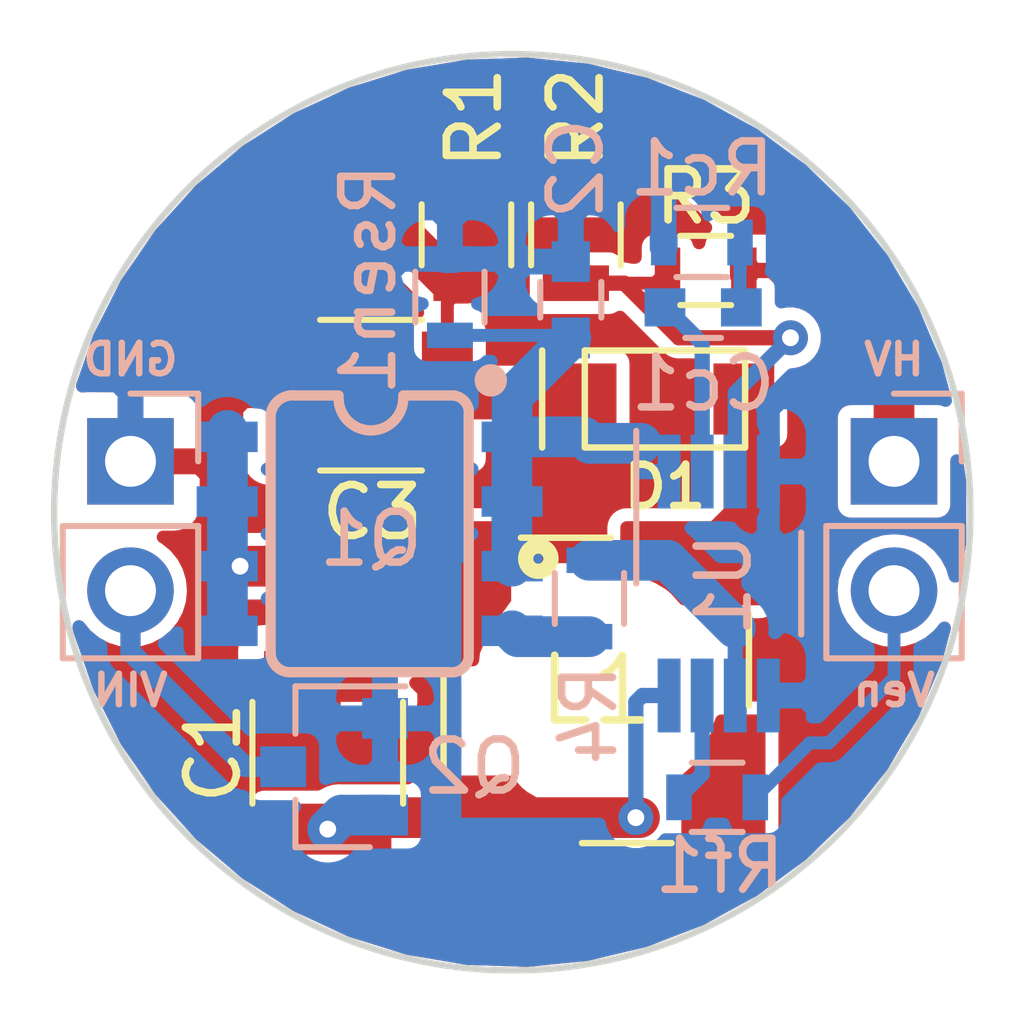
<source format=kicad_pcb>
(kicad_pcb (version 20171130) (host pcbnew "(5.1.4)-1")

  (general
    (thickness 1.6002)
    (drawings 6)
    (tracks 83)
    (zones 0)
    (modules 18)
    (nets 16)
  )

  (page A4)
  (layers
    (0 F.Cu signal)
    (31 B.Cu signal)
    (34 B.Paste user)
    (35 F.Paste user)
    (36 B.SilkS user)
    (37 F.SilkS user)
    (38 B.Mask user)
    (39 F.Mask user)
    (40 Dwgs.User user)
    (44 Edge.Cuts user)
    (45 Margin user)
    (46 B.CrtYd user)
    (47 F.CrtYd user)
  )

  (setup
    (last_trace_width 0.254)
    (user_trace_width 0.1524)
    (user_trace_width 0.2)
    (user_trace_width 0.25)
    (user_trace_width 0.3)
    (user_trace_width 0.4)
    (user_trace_width 0.5)
    (user_trace_width 0.6)
    (user_trace_width 0.8)
    (trace_clearance 0.254)
    (zone_clearance 0)
    (zone_45_only no)
    (trace_min 0.1524)
    (via_size 0.6858)
    (via_drill 0.3302)
    (via_min_size 0.6858)
    (via_min_drill 0.3302)
    (uvia_size 0.508)
    (uvia_drill 0.127)
    (uvias_allowed no)
    (uvia_min_size 0.508)
    (uvia_min_drill 0.127)
    (edge_width 0.127)
    (segment_width 0.127)
    (pcb_text_width 0.127)
    (pcb_text_size 0.6 0.6)
    (mod_edge_width 0.127)
    (mod_text_size 0.6 0.6)
    (mod_text_width 0.127)
    (pad_size 1.524 1.524)
    (pad_drill 0.762)
    (pad_to_mask_clearance 0.05)
    (pad_to_paste_clearance -0.04)
    (aux_axis_origin 0 0)
    (visible_elements 7FFFFF7F)
    (pcbplotparams
      (layerselection 0x010fc_ffffffff)
      (usegerberextensions true)
      (usegerberattributes false)
      (usegerberadvancedattributes false)
      (creategerberjobfile false)
      (excludeedgelayer true)
      (linewidth 0.100000)
      (plotframeref false)
      (viasonmask false)
      (mode 1)
      (useauxorigin false)
      (hpglpennumber 1)
      (hpglpenspeed 20)
      (hpglpendiameter 15.000000)
      (psnegative false)
      (psa4output false)
      (plotreference true)
      (plotvalue true)
      (plotinvisibletext false)
      (padsonsilk false)
      (subtractmaskfromsilk false)
      (outputformat 1)
      (mirror false)
      (drillshape 0)
      (scaleselection 1)
      (outputdirectory "CAM/"))
  )

  (net 0 "")
  (net 1 GND)
  (net 2 "Net-(C2-Pad1)")
  (net 3 "Net-(R1-Pad2)")
  (net 4 "Net-(R2-Pad2)")
  (net 5 "Net-(D1-PadA)")
  (net 6 "Net-(Cc1-Pad2)")
  (net 7 "Net-(Cc1-Pad1)")
  (net 8 "Net-(Rf1-Pad2)")
  (net 9 "Net-(Q1-Pad4)")
  (net 10 "Net-(C1-Pad1)")
  (net 11 "Net-(C3-Pad1)")
  (net 12 "Net-(J1-Pad2)")
  (net 13 "Net-(J2-Pad2)")
  (net 14 "Net-(R4-Pad1)")
  (net 15 "Net-(L1-Pad1)")

  (net_class Default "Imperial - this is the standard class"
    (clearance 0.254)
    (trace_width 0.254)
    (via_dia 0.6858)
    (via_drill 0.3302)
    (uvia_dia 0.508)
    (uvia_drill 0.127)
    (add_net GND)
    (add_net "Net-(C1-Pad1)")
    (add_net "Net-(C2-Pad1)")
    (add_net "Net-(C3-Pad1)")
    (add_net "Net-(Cc1-Pad1)")
    (add_net "Net-(Cc1-Pad2)")
    (add_net "Net-(D1-PadA)")
    (add_net "Net-(J1-Pad2)")
    (add_net "Net-(J2-Pad2)")
    (add_net "Net-(L1-Pad1)")
    (add_net "Net-(Q1-Pad4)")
    (add_net "Net-(R1-Pad2)")
    (add_net "Net-(R2-Pad2)")
    (add_net "Net-(R4-Pad1)")
    (add_net "Net-(Rf1-Pad2)")
  )

  (net_class 0.2mm ""
    (clearance 0.2)
    (trace_width 0.2)
    (via_dia 0.6858)
    (via_drill 0.3302)
    (uvia_dia 0.508)
    (uvia_drill 0.127)
  )

  (net_class Minimal ""
    (clearance 0.1524)
    (trace_width 0.1524)
    (via_dia 0.6858)
    (via_drill 0.3302)
    (uvia_dia 0.508)
    (uvia_drill 0.127)
  )

  (module Capacitors_SMD:C_1210 (layer F.Cu) (tedit 58AA84E2) (tstamp 5BC00D58)
    (at 186.375 94.72504 90)
    (descr "Capacitor SMD 1210, reflow soldering, AVX (see smccp.pdf)")
    (tags "capacitor 1210")
    (path /59C9AACA)
    (attr smd)
    (fp_text reference C1 (at 0 -2.25 90) (layer F.SilkS)
      (effects (font (size 1 1) (thickness 0.15)))
    )
    (fp_text value 100uF (at 0 2.5 90) (layer F.Fab)
      (effects (font (size 1 1) (thickness 0.15)))
    )
    (fp_text user %R (at 0 -2.25 90) (layer F.Fab)
      (effects (font (size 1 1) (thickness 0.15)))
    )
    (fp_line (start -1.6 1.25) (end -1.6 -1.25) (layer F.Fab) (width 0.1))
    (fp_line (start 1.6 1.25) (end -1.6 1.25) (layer F.Fab) (width 0.1))
    (fp_line (start 1.6 -1.25) (end 1.6 1.25) (layer F.Fab) (width 0.1))
    (fp_line (start -1.6 -1.25) (end 1.6 -1.25) (layer F.Fab) (width 0.1))
    (fp_line (start 1 -1.48) (end -1 -1.48) (layer F.SilkS) (width 0.12))
    (fp_line (start -1 1.48) (end 1 1.48) (layer F.SilkS) (width 0.12))
    (fp_line (start -2.25 -1.5) (end 2.25 -1.5) (layer F.CrtYd) (width 0.05))
    (fp_line (start -2.25 -1.5) (end -2.25 1.5) (layer F.CrtYd) (width 0.05))
    (fp_line (start 2.25 1.5) (end 2.25 -1.5) (layer F.CrtYd) (width 0.05))
    (fp_line (start 2.25 1.5) (end -2.25 1.5) (layer F.CrtYd) (width 0.05))
    (pad 1 smd rect (at -1.5 0 90) (size 1 2.5) (layers F.Cu F.Paste F.Mask)
      (net 10 "Net-(C1-Pad1)"))
    (pad 2 smd rect (at 1.5 0 90) (size 1 2.5) (layers F.Cu F.Paste F.Mask)
      (net 1 GND))
    (model Capacitors_SMD.3dshapes/C_1210.wrl
      (at (xyz 0 0 0))
      (scale (xyz 1 1 1))
      (rotate (xyz 0 0 0))
    )
  )

  (module Capacitors_SMD:C_0603 (layer B.Cu) (tedit 59958EE7) (tstamp 5BC00D88)
    (at 191.15 85.82504 90)
    (descr "Capacitor SMD 0603, reflow soldering, AVX (see smccp.pdf)")
    (tags "capacitor 0603")
    (path /59C997CF)
    (attr smd)
    (fp_text reference C2 (at 2.57504 0.1 90) (layer B.SilkS)
      (effects (font (size 1 1) (thickness 0.15)) (justify mirror))
    )
    (fp_text value 0.01uF (at 0 -1.5 90) (layer B.Fab)
      (effects (font (size 1 1) (thickness 0.15)) (justify mirror))
    )
    (fp_line (start 1.4 -0.65) (end -1.4 -0.65) (layer B.CrtYd) (width 0.05))
    (fp_line (start 1.4 -0.65) (end 1.4 0.65) (layer B.CrtYd) (width 0.05))
    (fp_line (start -1.4 0.65) (end -1.4 -0.65) (layer B.CrtYd) (width 0.05))
    (fp_line (start -1.4 0.65) (end 1.4 0.65) (layer B.CrtYd) (width 0.05))
    (fp_line (start 0.35 -0.6) (end -0.35 -0.6) (layer B.SilkS) (width 0.12))
    (fp_line (start -0.35 0.6) (end 0.35 0.6) (layer B.SilkS) (width 0.12))
    (fp_line (start -0.8 0.4) (end 0.8 0.4) (layer B.Fab) (width 0.1))
    (fp_line (start 0.8 0.4) (end 0.8 -0.4) (layer B.Fab) (width 0.1))
    (fp_line (start 0.8 -0.4) (end -0.8 -0.4) (layer B.Fab) (width 0.1))
    (fp_line (start -0.8 -0.4) (end -0.8 0.4) (layer B.Fab) (width 0.1))
    (fp_text user %R (at 0 0 90) (layer B.Fab)
      (effects (font (size 0.3 0.3) (thickness 0.075)) (justify mirror))
    )
    (pad 2 smd rect (at 0.75 0 90) (size 0.8 0.75) (layers B.Cu B.Paste B.Mask)
      (net 1 GND))
    (pad 1 smd rect (at -0.75 0 90) (size 0.8 0.75) (layers B.Cu B.Paste B.Mask)
      (net 2 "Net-(C2-Pad1)"))
    (model Capacitors_SMD.3dshapes/C_0603.wrl
      (at (xyz 0 0 0))
      (scale (xyz 1 1 1))
      (rotate (xyz 0 0 0))
    )
  )

  (module Capacitors_SMD:C_1210 (layer F.Cu) (tedit 58AA84E2) (tstamp 5BC00DE8)
    (at 187.225 87.70004 180)
    (descr "Capacitor SMD 1210, reflow soldering, AVX (see smccp.pdf)")
    (tags "capacitor 1210")
    (path /59C99D4C)
    (attr smd)
    (fp_text reference C3 (at -0.025 -2.29996 180) (layer F.SilkS)
      (effects (font (size 1 1) (thickness 0.15)))
    )
    (fp_text value 0.22uF (at 0 2.5 180) (layer F.Fab)
      (effects (font (size 1 1) (thickness 0.15)))
    )
    (fp_line (start 2.25 1.5) (end -2.25 1.5) (layer F.CrtYd) (width 0.05))
    (fp_line (start 2.25 1.5) (end 2.25 -1.5) (layer F.CrtYd) (width 0.05))
    (fp_line (start -2.25 -1.5) (end -2.25 1.5) (layer F.CrtYd) (width 0.05))
    (fp_line (start -2.25 -1.5) (end 2.25 -1.5) (layer F.CrtYd) (width 0.05))
    (fp_line (start -1 1.48) (end 1 1.48) (layer F.SilkS) (width 0.12))
    (fp_line (start 1 -1.48) (end -1 -1.48) (layer F.SilkS) (width 0.12))
    (fp_line (start -1.6 -1.25) (end 1.6 -1.25) (layer F.Fab) (width 0.1))
    (fp_line (start 1.6 -1.25) (end 1.6 1.25) (layer F.Fab) (width 0.1))
    (fp_line (start 1.6 1.25) (end -1.6 1.25) (layer F.Fab) (width 0.1))
    (fp_line (start -1.6 1.25) (end -1.6 -1.25) (layer F.Fab) (width 0.1))
    (fp_text user %R (at 0 -2.25 180) (layer F.Fab)
      (effects (font (size 1 1) (thickness 0.15)))
    )
    (pad 2 smd rect (at 1.5 0 180) (size 1 2.5) (layers F.Cu F.Paste F.Mask)
      (net 1 GND))
    (pad 1 smd rect (at -1.5 0 180) (size 1 2.5) (layers F.Cu F.Paste F.Mask)
      (net 11 "Net-(C3-Pad1)"))
    (model Capacitors_SMD.3dshapes/C_1210.wrl
      (at (xyz 0 0 0))
      (scale (xyz 1 1 1))
      (rotate (xyz 0 0 0))
    )
  )

  (module Capacitors_SMD:C_0603 (layer B.Cu) (tedit 59958EE7) (tstamp 5BC00DB8)
    (at 193.75 85.97504)
    (descr "Capacitor SMD 0603, reflow soldering, AVX (see smccp.pdf)")
    (tags "capacitor 0603")
    (path /59C999FD)
    (attr smd)
    (fp_text reference Cc1 (at 0 1.5) (layer B.SilkS)
      (effects (font (size 1 1) (thickness 0.15)) (justify mirror))
    )
    (fp_text value 22nF (at 0 -1.5) (layer B.Fab)
      (effects (font (size 1 1) (thickness 0.15)) (justify mirror))
    )
    (fp_text user %R (at 0 0) (layer B.Fab)
      (effects (font (size 0.3 0.3) (thickness 0.075)) (justify mirror))
    )
    (fp_line (start -0.8 -0.4) (end -0.8 0.4) (layer B.Fab) (width 0.1))
    (fp_line (start 0.8 -0.4) (end -0.8 -0.4) (layer B.Fab) (width 0.1))
    (fp_line (start 0.8 0.4) (end 0.8 -0.4) (layer B.Fab) (width 0.1))
    (fp_line (start -0.8 0.4) (end 0.8 0.4) (layer B.Fab) (width 0.1))
    (fp_line (start -0.35 0.6) (end 0.35 0.6) (layer B.SilkS) (width 0.12))
    (fp_line (start 0.35 -0.6) (end -0.35 -0.6) (layer B.SilkS) (width 0.12))
    (fp_line (start -1.4 0.65) (end 1.4 0.65) (layer B.CrtYd) (width 0.05))
    (fp_line (start -1.4 0.65) (end -1.4 -0.65) (layer B.CrtYd) (width 0.05))
    (fp_line (start 1.4 -0.65) (end 1.4 0.65) (layer B.CrtYd) (width 0.05))
    (fp_line (start 1.4 -0.65) (end -1.4 -0.65) (layer B.CrtYd) (width 0.05))
    (pad 1 smd rect (at -0.75 0) (size 0.8 0.75) (layers B.Cu B.Paste B.Mask)
      (net 7 "Net-(Cc1-Pad1)"))
    (pad 2 smd rect (at 0.75 0) (size 0.8 0.75) (layers B.Cu B.Paste B.Mask)
      (net 6 "Net-(Cc1-Pad2)"))
    (model Capacitors_SMD.3dshapes/C_0603.wrl
      (at (xyz 0 0 0))
      (scale (xyz 1 1 1))
      (rotate (xyz 0 0 0))
    )
  )

  (module nixiemisc:nixiemisc-DO-219AB (layer F.Cu) (tedit 5BC00A4B) (tstamp 5BC00E12)
    (at 193 87.77504)
    (path /59CB0EFA)
    (attr smd)
    (fp_text reference D1 (at 0 1.72496) (layer F.SilkS)
      (effects (font (size 0.8128 0.8128) (thickness 0.15)))
    )
    (fp_text value "ES1FL R3G" (at 0 1.524) (layer F.SilkS) hide
      (effects (font (size 0.8128 0.8128) (thickness 0.0762)))
    )
    (fp_line (start -1.5748 -0.9525) (end 1.5748 -0.9525) (layer F.SilkS) (width 0.127))
    (fp_line (start 1.5748 -0.9525) (end 1.5748 0.9525) (layer F.SilkS) (width 0.127))
    (fp_line (start 1.5748 0.9525) (end -1.5748 0.9525) (layer F.SilkS) (width 0.127))
    (fp_line (start -1.5748 0.9525) (end -1.5748 -0.9525) (layer F.SilkS) (width 0.127))
    (fp_line (start -2.413 -0.9525) (end -2.413 0.9525) (layer F.SilkS) (width 0.127))
    (pad A smd rect (at 1.5494 0 180) (size 1.1938 1.397) (layers F.Cu F.Paste F.Mask)
      (net 5 "Net-(D1-PadA)"))
    (pad C smd rect (at -1.5494 0) (size 1.1938 1.397) (layers F.Cu F.Paste F.Mask)
      (net 11 "Net-(C3-Pad1)"))
  )

  (module nixiemisc:nixiemisc-SO08 (layer B.Cu) (tedit 5BC009D5) (tstamp 5BC00BFB)
    (at 187.198 90.424 270)
    (descr "SOIC, 0.15 INCH WIDTH")
    (tags "SOIC, 0.15 INCH WIDTH")
    (path /59C9950D)
    (attr smd)
    (fp_text reference Q1 (at 0.1 -0.025 180) (layer B.SilkS)
      (effects (font (size 1 1) (thickness 0.15)) (justify mirror))
    )
    (fp_text value DMT6010LSS (at 3.5052 0 180) (layer B.SilkS) hide
      (effects (font (size 0.6096 0.6096) (thickness 0.127)) (justify mirror))
    )
    (fp_line (start -2.159 -3.302) (end -1.651 -3.302) (layer Dwgs.User) (width 0.06604))
    (fp_line (start -1.651 -3.302) (end -1.651 -2.2733) (layer Dwgs.User) (width 0.06604))
    (fp_line (start -2.159 -2.2733) (end -1.651 -2.2733) (layer Dwgs.User) (width 0.06604))
    (fp_line (start -2.159 -3.302) (end -2.159 -2.2733) (layer Dwgs.User) (width 0.06604))
    (fp_line (start -0.889 -3.302) (end -0.381 -3.302) (layer Dwgs.User) (width 0.06604))
    (fp_line (start -0.381 -3.302) (end -0.381 -2.2733) (layer Dwgs.User) (width 0.06604))
    (fp_line (start -0.889 -2.2733) (end -0.381 -2.2733) (layer Dwgs.User) (width 0.06604))
    (fp_line (start -0.889 -3.302) (end -0.889 -2.2733) (layer Dwgs.User) (width 0.06604))
    (fp_line (start 0.381 -3.302) (end 0.889 -3.302) (layer Dwgs.User) (width 0.06604))
    (fp_line (start 0.889 -3.302) (end 0.889 -2.2733) (layer Dwgs.User) (width 0.06604))
    (fp_line (start 0.381 -2.2733) (end 0.889 -2.2733) (layer Dwgs.User) (width 0.06604))
    (fp_line (start 0.381 -3.302) (end 0.381 -2.2733) (layer Dwgs.User) (width 0.06604))
    (fp_line (start 1.651 -3.302) (end 2.159 -3.302) (layer Dwgs.User) (width 0.06604))
    (fp_line (start 2.159 -3.302) (end 2.159 -2.2733) (layer Dwgs.User) (width 0.06604))
    (fp_line (start 1.651 -2.2733) (end 2.159 -2.2733) (layer Dwgs.User) (width 0.06604))
    (fp_line (start 1.651 -3.302) (end 1.651 -2.2733) (layer Dwgs.User) (width 0.06604))
    (fp_line (start -0.889 2.286) (end -0.381 2.286) (layer Dwgs.User) (width 0.06604))
    (fp_line (start -0.381 2.286) (end -0.381 3.302) (layer Dwgs.User) (width 0.06604))
    (fp_line (start -0.889 3.302) (end -0.381 3.302) (layer Dwgs.User) (width 0.06604))
    (fp_line (start -0.889 2.286) (end -0.889 3.302) (layer Dwgs.User) (width 0.06604))
    (fp_line (start 0.381 2.286) (end 0.889 2.286) (layer Dwgs.User) (width 0.06604))
    (fp_line (start 0.889 2.286) (end 0.889 3.302) (layer Dwgs.User) (width 0.06604))
    (fp_line (start 0.381 3.302) (end 0.889 3.302) (layer Dwgs.User) (width 0.06604))
    (fp_line (start 0.381 2.286) (end 0.381 3.302) (layer Dwgs.User) (width 0.06604))
    (fp_line (start 1.651 2.286) (end 2.159 2.286) (layer Dwgs.User) (width 0.06604))
    (fp_line (start 2.159 2.286) (end 2.159 3.302) (layer Dwgs.User) (width 0.06604))
    (fp_line (start 1.651 3.302) (end 2.159 3.302) (layer Dwgs.User) (width 0.06604))
    (fp_line (start 1.651 2.286) (end 1.651 3.302) (layer Dwgs.User) (width 0.06604))
    (fp_line (start -2.159 2.286) (end -1.651 2.286) (layer Dwgs.User) (width 0.06604))
    (fp_line (start -1.651 2.286) (end -1.651 3.302) (layer Dwgs.User) (width 0.06604))
    (fp_line (start -2.159 3.302) (end -1.651 3.302) (layer Dwgs.User) (width 0.06604))
    (fp_line (start -2.159 2.286) (end -2.159 3.302) (layer Dwgs.User) (width 0.06604))
    (fp_line (start 2.3368 1.94564) (end -2.3368 1.94564) (layer B.SilkS) (width 0.2032))
    (fp_line (start -2.3368 -1.94564) (end 2.43586 -1.94564) (layer B.SilkS) (width 0.2032))
    (fp_line (start 2.7178 -1.56464) (end 2.7178 1.56464) (layer B.SilkS) (width 0.2032))
    (fp_line (start -2.7178 1.45034) (end -2.7178 0.6096) (layer B.SilkS) (width 0.2032))
    (fp_line (start -2.7178 -1.6637) (end -2.7178 -0.6604) (layer B.SilkS) (width 0.2032))
    (fp_poly (pts (xy -2.69748 -2.37998) (xy -2.7051 -2.30886) (xy -2.72796 -2.24282) (xy -2.76606 -2.18186)
      (xy -2.81686 -2.13106) (xy -2.87782 -2.09296) (xy -2.94386 -2.0701) (xy -3.01498 -2.06248)
      (xy -3.0861 -2.0701) (xy -3.15214 -2.09296) (xy -3.2131 -2.13106) (xy -3.2639 -2.18186)
      (xy -3.302 -2.24282) (xy -3.32486 -2.30886) (xy -3.33248 -2.37998) (xy -3.32486 -2.4511)
      (xy -3.302 -2.51714) (xy -3.2639 -2.5781) (xy -3.2131 -2.6289) (xy -3.15214 -2.667)
      (xy -3.0861 -2.68986) (xy -3.01498 -2.69748) (xy -2.94386 -2.68986) (xy -2.87782 -2.667)
      (xy -2.81686 -2.6289) (xy -2.76606 -2.5781) (xy -2.72796 -2.51714) (xy -2.7051 -2.4511)
      (xy -2.69748 -2.37998)) (layer B.SilkS) (width 0.00254))
    (fp_arc (start 2.38506 -1.6129) (end 2.7178 -1.56464) (angle -90) (layer B.SilkS) (width 0.2032))
    (fp_arc (start -2.286 1.51384) (end -2.7178 1.46304) (angle -90) (layer B.SilkS) (width 0.2032))
    (fp_arc (start 2.3368 1.56464) (end 2.3368 1.94564) (angle -90) (layer B.SilkS) (width 0.2032))
    (fp_arc (start -2.38506 -1.61544) (end -2.3368 -1.94564) (angle -90) (layer B.SilkS) (width 0.2032))
    (fp_arc (start -2.667 -0.0254) (end -2.667 0.6096) (angle -180) (layer B.SilkS) (width 0.2032))
    (pad 1 smd rect (at -1.905 -2.79908 270) (size 0.59944 1.19888) (layers B.Cu B.Paste B.Mask)
      (net 2 "Net-(C2-Pad1)"))
    (pad 2 smd rect (at -0.635 -2.79908 270) (size 0.59944 1.19888) (layers B.Cu B.Paste B.Mask)
      (net 2 "Net-(C2-Pad1)"))
    (pad 3 smd rect (at 0.635 -2.79908 270) (size 0.59944 1.19888) (layers B.Cu B.Paste B.Mask)
      (net 2 "Net-(C2-Pad1)"))
    (pad 4 smd rect (at 1.905 -2.79908 270) (size 0.59944 1.19888) (layers B.Cu B.Paste B.Mask)
      (net 9 "Net-(Q1-Pad4)"))
    (pad 5 smd rect (at 1.905 2.79908 270) (size 0.59944 1.19888) (layers B.Cu B.Paste B.Mask)
      (net 15 "Net-(L1-Pad1)"))
    (pad 6 smd rect (at 0.635 2.79908 270) (size 0.59944 1.19888) (layers B.Cu B.Paste B.Mask)
      (net 15 "Net-(L1-Pad1)"))
    (pad 7 smd rect (at -0.635 2.79908 270) (size 0.59944 1.19888) (layers B.Cu B.Paste B.Mask)
      (net 15 "Net-(L1-Pad1)"))
    (pad 8 smd rect (at -1.905 2.79908 270) (size 0.59944 1.19888) (layers B.Cu B.Paste B.Mask)
      (net 15 "Net-(L1-Pad1)"))
  )

  (module Resistors_SMD:R_0805 (layer F.Cu) (tedit 58E0A804) (tstamp 5BC00ADC)
    (at 191.25 84.55004 270)
    (descr "Resistor SMD 0805, reflow soldering, Vishay (see dcrcw.pdf)")
    (tags "resistor 0805")
    (path /59C99FC3)
    (attr smd)
    (fp_text reference R2 (at -2.30004 0 270) (layer F.SilkS)
      (effects (font (size 1 1) (thickness 0.15)))
    )
    (fp_text value 360K (at 0 1.75 270) (layer F.Fab)
      (effects (font (size 1 1) (thickness 0.15)))
    )
    (fp_line (start 1.55 0.9) (end -1.55 0.9) (layer F.CrtYd) (width 0.05))
    (fp_line (start 1.55 0.9) (end 1.55 -0.9) (layer F.CrtYd) (width 0.05))
    (fp_line (start -1.55 -0.9) (end -1.55 0.9) (layer F.CrtYd) (width 0.05))
    (fp_line (start -1.55 -0.9) (end 1.55 -0.9) (layer F.CrtYd) (width 0.05))
    (fp_line (start -0.6 -0.88) (end 0.6 -0.88) (layer F.SilkS) (width 0.12))
    (fp_line (start 0.6 0.88) (end -0.6 0.88) (layer F.SilkS) (width 0.12))
    (fp_line (start -1 -0.62) (end 1 -0.62) (layer F.Fab) (width 0.1))
    (fp_line (start 1 -0.62) (end 1 0.62) (layer F.Fab) (width 0.1))
    (fp_line (start 1 0.62) (end -1 0.62) (layer F.Fab) (width 0.1))
    (fp_line (start -1 0.62) (end -1 -0.62) (layer F.Fab) (width 0.1))
    (fp_text user %R (at 0 0 270) (layer F.Fab)
      (effects (font (size 0.5 0.5) (thickness 0.075)))
    )
    (pad 2 smd rect (at 0.95 0 270) (size 0.7 1.3) (layers F.Cu F.Paste F.Mask)
      (net 4 "Net-(R2-Pad2)"))
    (pad 1 smd rect (at -0.95 0 270) (size 0.7 1.3) (layers F.Cu F.Paste F.Mask)
      (net 3 "Net-(R1-Pad2)"))
    (model ${KISYS3DMOD}/Resistors_SMD.3dshapes/R_0805.wrl
      (at (xyz 0 0 0))
      (scale (xyz 1 1 1))
      (rotate (xyz 0 0 0))
    )
  )

  (module Resistors_SMD:R_0603 (layer F.Cu) (tedit 58E0A804) (tstamp 5BC00B75)
    (at 193.8 85.25004)
    (descr "Resistor SMD 0603, reflow soldering, Vishay (see dcrcw.pdf)")
    (tags "resistor 0603")
    (path /59C99FFA)
    (attr smd)
    (fp_text reference R3 (at 0 -1.45) (layer F.SilkS)
      (effects (font (size 1 1) (thickness 0.15)))
    )
    (fp_text value 5.9K (at 0 1.5) (layer F.Fab)
      (effects (font (size 1 1) (thickness 0.15)))
    )
    (fp_text user %R (at 0 0) (layer F.Fab)
      (effects (font (size 0.4 0.4) (thickness 0.075)))
    )
    (fp_line (start -0.8 0.4) (end -0.8 -0.4) (layer F.Fab) (width 0.1))
    (fp_line (start 0.8 0.4) (end -0.8 0.4) (layer F.Fab) (width 0.1))
    (fp_line (start 0.8 -0.4) (end 0.8 0.4) (layer F.Fab) (width 0.1))
    (fp_line (start -0.8 -0.4) (end 0.8 -0.4) (layer F.Fab) (width 0.1))
    (fp_line (start 0.5 0.68) (end -0.5 0.68) (layer F.SilkS) (width 0.12))
    (fp_line (start -0.5 -0.68) (end 0.5 -0.68) (layer F.SilkS) (width 0.12))
    (fp_line (start -1.25 -0.7) (end 1.25 -0.7) (layer F.CrtYd) (width 0.05))
    (fp_line (start -1.25 -0.7) (end -1.25 0.7) (layer F.CrtYd) (width 0.05))
    (fp_line (start 1.25 0.7) (end 1.25 -0.7) (layer F.CrtYd) (width 0.05))
    (fp_line (start 1.25 0.7) (end -1.25 0.7) (layer F.CrtYd) (width 0.05))
    (pad 1 smd rect (at -0.75 0) (size 0.5 0.9) (layers F.Cu F.Paste F.Mask)
      (net 4 "Net-(R2-Pad2)"))
    (pad 2 smd rect (at 0.75 0) (size 0.5 0.9) (layers F.Cu F.Paste F.Mask)
      (net 1 GND))
    (model ${KISYS3DMOD}/Resistors_SMD.3dshapes/R_0603.wrl
      (at (xyz 0 0 0))
      (scale (xyz 1 1 1))
      (rotate (xyz 0 0 0))
    )
  )

  (module Resistors_SMD:R_0603 (layer B.Cu) (tedit 58E0A804) (tstamp 5BC00D28)
    (at 193.725 84.70004 180)
    (descr "Resistor SMD 0603, reflow soldering, Vishay (see dcrcw.pdf)")
    (tags "resistor 0603")
    (path /59C99A42)
    (attr smd)
    (fp_text reference Rc1 (at 0 1.45 180) (layer B.SilkS)
      (effects (font (size 1 1) (thickness 0.15)) (justify mirror))
    )
    (fp_text value 2k (at 0 -1.5 180) (layer B.Fab)
      (effects (font (size 1 1) (thickness 0.15)) (justify mirror))
    )
    (fp_line (start 1.25 -0.7) (end -1.25 -0.7) (layer B.CrtYd) (width 0.05))
    (fp_line (start 1.25 -0.7) (end 1.25 0.7) (layer B.CrtYd) (width 0.05))
    (fp_line (start -1.25 0.7) (end -1.25 -0.7) (layer B.CrtYd) (width 0.05))
    (fp_line (start -1.25 0.7) (end 1.25 0.7) (layer B.CrtYd) (width 0.05))
    (fp_line (start -0.5 0.68) (end 0.5 0.68) (layer B.SilkS) (width 0.12))
    (fp_line (start 0.5 -0.68) (end -0.5 -0.68) (layer B.SilkS) (width 0.12))
    (fp_line (start -0.8 0.4) (end 0.8 0.4) (layer B.Fab) (width 0.1))
    (fp_line (start 0.8 0.4) (end 0.8 -0.4) (layer B.Fab) (width 0.1))
    (fp_line (start 0.8 -0.4) (end -0.8 -0.4) (layer B.Fab) (width 0.1))
    (fp_line (start -0.8 -0.4) (end -0.8 0.4) (layer B.Fab) (width 0.1))
    (fp_text user %R (at 0 0 180) (layer B.Fab)
      (effects (font (size 0.4 0.4) (thickness 0.075)) (justify mirror))
    )
    (pad 2 smd rect (at 0.75 0 180) (size 0.5 0.9) (layers B.Cu B.Paste B.Mask)
      (net 1 GND))
    (pad 1 smd rect (at -0.75 0 180) (size 0.5 0.9) (layers B.Cu B.Paste B.Mask)
      (net 6 "Net-(Cc1-Pad2)"))
    (model ${KISYS3DMOD}/Resistors_SMD.3dshapes/R_0603.wrl
      (at (xyz 0 0 0))
      (scale (xyz 1 1 1))
      (rotate (xyz 0 0 0))
    )
  )

  (module Resistors_SMD:R_0603 (layer B.Cu) (tedit 58E0A804) (tstamp 5BC00BA5)
    (at 194.025 95.60004 180)
    (descr "Resistor SMD 0603, reflow soldering, Vishay (see dcrcw.pdf)")
    (tags "resistor 0603")
    (path /59C9A1BE)
    (attr smd)
    (fp_text reference Rf1 (at -0.05 -1.35 180) (layer B.SilkS)
      (effects (font (size 1 1) (thickness 0.15)) (justify mirror))
    )
    (fp_text value 47k (at 0 -1.5 180) (layer B.Fab)
      (effects (font (size 1 1) (thickness 0.15)) (justify mirror))
    )
    (fp_line (start 1.25 -0.7) (end -1.25 -0.7) (layer B.CrtYd) (width 0.05))
    (fp_line (start 1.25 -0.7) (end 1.25 0.7) (layer B.CrtYd) (width 0.05))
    (fp_line (start -1.25 0.7) (end -1.25 -0.7) (layer B.CrtYd) (width 0.05))
    (fp_line (start -1.25 0.7) (end 1.25 0.7) (layer B.CrtYd) (width 0.05))
    (fp_line (start -0.5 0.68) (end 0.5 0.68) (layer B.SilkS) (width 0.12))
    (fp_line (start 0.5 -0.68) (end -0.5 -0.68) (layer B.SilkS) (width 0.12))
    (fp_line (start -0.8 0.4) (end 0.8 0.4) (layer B.Fab) (width 0.1))
    (fp_line (start 0.8 0.4) (end 0.8 -0.4) (layer B.Fab) (width 0.1))
    (fp_line (start 0.8 -0.4) (end -0.8 -0.4) (layer B.Fab) (width 0.1))
    (fp_line (start -0.8 -0.4) (end -0.8 0.4) (layer B.Fab) (width 0.1))
    (fp_text user %R (at 0 0 180) (layer B.Fab)
      (effects (font (size 0.4 0.4) (thickness 0.075)) (justify mirror))
    )
    (pad 2 smd rect (at 0.75 0 180) (size 0.5 0.9) (layers B.Cu B.Paste B.Mask)
      (net 8 "Net-(Rf1-Pad2)"))
    (pad 1 smd rect (at -0.75 0 180) (size 0.5 0.9) (layers B.Cu B.Paste B.Mask)
      (net 12 "Net-(J1-Pad2)"))
    (model ${KISYS3DMOD}/Resistors_SMD.3dshapes/R_0603.wrl
      (at (xyz 0 0 0))
      (scale (xyz 1 1 1))
      (rotate (xyz 0 0 0))
    )
  )

  (module Resistors_SMD:R_0603 (layer B.Cu) (tedit 58E0A804) (tstamp 5BC00AAC)
    (at 188.775 85.77504 90)
    (descr "Resistor SMD 0603, reflow soldering, Vishay (see dcrcw.pdf)")
    (tags "resistor 0603")
    (path /59C9976F)
    (attr smd)
    (fp_text reference Rsen1 (at 0.35 -1.6 90) (layer B.SilkS)
      (effects (font (size 1 1) (thickness 0.15)) (justify mirror))
    )
    (fp_text value 0.1 (at 0 -1.5 90) (layer B.Fab)
      (effects (font (size 1 1) (thickness 0.15)) (justify mirror))
    )
    (fp_text user %R (at 0 0 90) (layer B.Fab)
      (effects (font (size 0.4 0.4) (thickness 0.075)) (justify mirror))
    )
    (fp_line (start -0.8 -0.4) (end -0.8 0.4) (layer B.Fab) (width 0.1))
    (fp_line (start 0.8 -0.4) (end -0.8 -0.4) (layer B.Fab) (width 0.1))
    (fp_line (start 0.8 0.4) (end 0.8 -0.4) (layer B.Fab) (width 0.1))
    (fp_line (start -0.8 0.4) (end 0.8 0.4) (layer B.Fab) (width 0.1))
    (fp_line (start 0.5 -0.68) (end -0.5 -0.68) (layer B.SilkS) (width 0.12))
    (fp_line (start -0.5 0.68) (end 0.5 0.68) (layer B.SilkS) (width 0.12))
    (fp_line (start -1.25 0.7) (end 1.25 0.7) (layer B.CrtYd) (width 0.05))
    (fp_line (start -1.25 0.7) (end -1.25 -0.7) (layer B.CrtYd) (width 0.05))
    (fp_line (start 1.25 -0.7) (end 1.25 0.7) (layer B.CrtYd) (width 0.05))
    (fp_line (start 1.25 -0.7) (end -1.25 -0.7) (layer B.CrtYd) (width 0.05))
    (pad 1 smd rect (at -0.75 0 90) (size 0.5 0.9) (layers B.Cu B.Paste B.Mask)
      (net 2 "Net-(C2-Pad1)"))
    (pad 2 smd rect (at 0.75 0 90) (size 0.5 0.9) (layers B.Cu B.Paste B.Mask)
      (net 1 GND))
    (model ${KISYS3DMOD}/Resistors_SMD.3dshapes/R_0603.wrl
      (at (xyz 0 0 0))
      (scale (xyz 1 1 1))
      (rotate (xyz 0 0 0))
    )
  )

  (module Housings_SSOP:VSSOP-8_3.0x3.0mm_Pitch0.65mm (layer B.Cu) (tedit 59E7C95B) (tstamp 5BC00CEA)
    (at 194.056 91.40004 270)
    (descr "VSSOP-8 3.0 x 3.0, http://www.ti.com/lit/ds/symlink/lm75b.pdf")
    (tags "VSSOP-8 3.0 x 3.0")
    (path /59C866DF)
    (attr smd)
    (fp_text reference U1 (at 0.025 -0.1 270) (layer B.SilkS)
      (effects (font (size 1 1) (thickness 0.15)) (justify mirror))
    )
    (fp_text value LM3478SOIC8 (at 0.02 -2.73 270) (layer B.Fab)
      (effects (font (size 1 1) (thickness 0.15)) (justify mirror))
    )
    (fp_text user %R (at 0 0 270) (layer B.Fab)
      (effects (font (size 0.5 0.5) (thickness 0.1)) (justify mirror))
    )
    (fp_line (start 1.5 1.5) (end 1.5 -1.5) (layer B.Fab) (width 0.1))
    (fp_line (start 1.5 -1.5) (end -1.5 -1.5) (layer B.Fab) (width 0.1))
    (fp_line (start -1.5 -1.5) (end -1.5 0.5) (layer B.Fab) (width 0.1))
    (fp_line (start -0.5 1.5) (end 1.5 1.5) (layer B.Fab) (width 0.1))
    (fp_line (start -0.5 1.5) (end -1.5 0.5) (layer B.Fab) (width 0.1))
    (fp_line (start 0 1.62) (end -3 1.62) (layer B.SilkS) (width 0.12))
    (fp_line (start 1 -1.62) (end -1 -1.62) (layer B.SilkS) (width 0.12))
    (fp_line (start 3.48 1.75) (end 3.48 -1.75) (layer B.CrtYd) (width 0.05))
    (fp_line (start 3.48 -1.75) (end -3.48 -1.75) (layer B.CrtYd) (width 0.05))
    (fp_line (start -3.48 -1.75) (end -3.48 1.75) (layer B.CrtYd) (width 0.05))
    (fp_line (start -3.48 1.75) (end 3.48 1.75) (layer B.CrtYd) (width 0.05))
    (pad 8 smd rect (at 2.2 0.975) (size 0.45 1.45) (layers B.Cu B.Paste B.Mask)
      (net 10 "Net-(C1-Pad1)"))
    (pad 7 smd rect (at 2.2 0.325) (size 0.45 1.45) (layers B.Cu B.Paste B.Mask)
      (net 8 "Net-(Rf1-Pad2)"))
    (pad 6 smd rect (at 2.2 -0.325) (size 0.45 1.45) (layers B.Cu B.Paste B.Mask)
      (net 14 "Net-(R4-Pad1)"))
    (pad 5 smd rect (at 2.2 -0.975) (size 0.45 1.45) (layers B.Cu B.Paste B.Mask)
      (net 1 GND))
    (pad 4 smd rect (at -2.2 -0.975) (size 0.45 1.45) (layers B.Cu B.Paste B.Mask)
      (net 1 GND))
    (pad 3 smd rect (at -2.2 -0.325) (size 0.45 1.45) (layers B.Cu B.Paste B.Mask)
      (net 4 "Net-(R2-Pad2)"))
    (pad 2 smd rect (at -2.2 0.325) (size 0.45 1.45) (layers B.Cu B.Paste B.Mask)
      (net 7 "Net-(Cc1-Pad1)"))
    (pad 1 smd rect (at -2.2 0.975) (size 0.45 1.45) (layers B.Cu B.Paste B.Mask)
      (net 2 "Net-(C2-Pad1)"))
    (model ${KISYS3DMOD}/Housings_SSOP.3dshapes/VSSOP-8_3.0x3.0mm_Pitch0.65mm.wrl
      (at (xyz 0 0 0))
      (scale (xyz 1 1 1))
      (rotate (xyz 0 0 0))
    )
  )

  (module Resistors_SMD:R_0805 (layer F.Cu) (tedit 58E0A804) (tstamp 5BC00CB3)
    (at 189.1 84.55004 90)
    (descr "Resistor SMD 0805, reflow soldering, Vishay (see dcrcw.pdf)")
    (tags "resistor 0805")
    (path /5BB58C35)
    (attr smd)
    (fp_text reference R1 (at 2.30004 0.15 90) (layer F.SilkS)
      (effects (font (size 1 1) (thickness 0.15)))
    )
    (fp_text value 360K (at 0 1.75 90) (layer F.Fab)
      (effects (font (size 1 1) (thickness 0.15)))
    )
    (fp_line (start 1.55 0.9) (end -1.55 0.9) (layer F.CrtYd) (width 0.05))
    (fp_line (start 1.55 0.9) (end 1.55 -0.9) (layer F.CrtYd) (width 0.05))
    (fp_line (start -1.55 -0.9) (end -1.55 0.9) (layer F.CrtYd) (width 0.05))
    (fp_line (start -1.55 -0.9) (end 1.55 -0.9) (layer F.CrtYd) (width 0.05))
    (fp_line (start -0.6 -0.88) (end 0.6 -0.88) (layer F.SilkS) (width 0.12))
    (fp_line (start 0.6 0.88) (end -0.6 0.88) (layer F.SilkS) (width 0.12))
    (fp_line (start -1 -0.62) (end 1 -0.62) (layer F.Fab) (width 0.1))
    (fp_line (start 1 -0.62) (end 1 0.62) (layer F.Fab) (width 0.1))
    (fp_line (start 1 0.62) (end -1 0.62) (layer F.Fab) (width 0.1))
    (fp_line (start -1 0.62) (end -1 -0.62) (layer F.Fab) (width 0.1))
    (fp_text user %R (at 0 0 90) (layer F.Fab)
      (effects (font (size 0.5 0.5) (thickness 0.075)))
    )
    (pad 2 smd rect (at 0.95 0 90) (size 0.7 1.3) (layers F.Cu F.Paste F.Mask)
      (net 3 "Net-(R1-Pad2)"))
    (pad 1 smd rect (at -0.95 0 90) (size 0.7 1.3) (layers F.Cu F.Paste F.Mask)
      (net 11 "Net-(C3-Pad1)"))
    (model ${KISYS3DMOD}/Resistors_SMD.3dshapes/R_0805.wrl
      (at (xyz 0 0 0))
      (scale (xyz 1 1 1))
      (rotate (xyz 0 0 0))
    )
  )

  (module TO_SOT_Packages_SMD:SOT-23 (layer B.Cu) (tedit 58CE4E7E) (tstamp 5BC00C7B)
    (at 186.5 95.00004 180)
    (descr "SOT-23, Standard")
    (tags SOT-23)
    (path /5BBFFD5F)
    (attr smd)
    (fp_text reference Q2 (at -2.75 0.00004 180) (layer B.SilkS)
      (effects (font (size 1 1) (thickness 0.15)) (justify mirror))
    )
    (fp_text value Si2319CDS (at 0 -2.5 180) (layer B.Fab)
      (effects (font (size 1 1) (thickness 0.15)) (justify mirror))
    )
    (fp_line (start 0.76 -1.58) (end -0.7 -1.58) (layer B.SilkS) (width 0.12))
    (fp_line (start 0.76 1.58) (end -1.4 1.58) (layer B.SilkS) (width 0.12))
    (fp_line (start -1.7 -1.75) (end -1.7 1.75) (layer B.CrtYd) (width 0.05))
    (fp_line (start 1.7 -1.75) (end -1.7 -1.75) (layer B.CrtYd) (width 0.05))
    (fp_line (start 1.7 1.75) (end 1.7 -1.75) (layer B.CrtYd) (width 0.05))
    (fp_line (start -1.7 1.75) (end 1.7 1.75) (layer B.CrtYd) (width 0.05))
    (fp_line (start 0.76 1.58) (end 0.76 0.65) (layer B.SilkS) (width 0.12))
    (fp_line (start 0.76 -1.58) (end 0.76 -0.65) (layer B.SilkS) (width 0.12))
    (fp_line (start -0.7 -1.52) (end 0.7 -1.52) (layer B.Fab) (width 0.1))
    (fp_line (start 0.7 1.52) (end 0.7 -1.52) (layer B.Fab) (width 0.1))
    (fp_line (start -0.7 0.95) (end -0.15 1.52) (layer B.Fab) (width 0.1))
    (fp_line (start -0.15 1.52) (end 0.7 1.52) (layer B.Fab) (width 0.1))
    (fp_line (start -0.7 0.95) (end -0.7 -1.5) (layer B.Fab) (width 0.1))
    (fp_text user %R (at 0 0 90) (layer B.Fab)
      (effects (font (size 0.5 0.5) (thickness 0.075)) (justify mirror))
    )
    (pad 3 smd rect (at 1 0 180) (size 0.9 0.8) (layers B.Cu B.Paste B.Mask)
      (net 13 "Net-(J2-Pad2)"))
    (pad 2 smd rect (at -1 -0.95 180) (size 0.9 0.8) (layers B.Cu B.Paste B.Mask)
      (net 10 "Net-(C1-Pad1)"))
    (pad 1 smd rect (at -1 0.95 180) (size 0.9 0.8) (layers B.Cu B.Paste B.Mask)
      (net 1 GND))
    (model ${KISYS3DMOD}/TO_SOT_Packages_SMD.3dshapes/SOT-23.wrl
      (at (xyz 0 0 0))
      (scale (xyz 1 1 1))
      (rotate (xyz 0 0 0))
    )
  )

  (module Pin_Headers:Pin_Header_Straight_1x02_Pitch2.54mm (layer B.Cu) (tedit 5BC008B5) (tstamp 5BC00E7A)
    (at 197.5 89.00004 180)
    (descr "Through hole straight pin header, 1x02, 2.54mm pitch, single row")
    (tags "Through hole pin header THT 1x02 2.54mm single row")
    (path /5BC02767)
    (fp_text reference J1 (at 0 2.33 180) (layer B.SilkS) hide
      (effects (font (size 1 1) (thickness 0.15)) (justify mirror))
    )
    (fp_text value Conn_01x02 (at 0 -4.87 180) (layer B.Fab)
      (effects (font (size 1 1) (thickness 0.15)) (justify mirror))
    )
    (fp_line (start -0.635 1.27) (end 1.27 1.27) (layer B.Fab) (width 0.1))
    (fp_line (start 1.27 1.27) (end 1.27 -3.81) (layer B.Fab) (width 0.1))
    (fp_line (start 1.27 -3.81) (end -1.27 -3.81) (layer B.Fab) (width 0.1))
    (fp_line (start -1.27 -3.81) (end -1.27 0.635) (layer B.Fab) (width 0.1))
    (fp_line (start -1.27 0.635) (end -0.635 1.27) (layer B.Fab) (width 0.1))
    (fp_line (start -1.33 -3.87) (end 1.33 -3.87) (layer B.SilkS) (width 0.12))
    (fp_line (start -1.33 -1.27) (end -1.33 -3.87) (layer B.SilkS) (width 0.12))
    (fp_line (start 1.33 -1.27) (end 1.33 -3.87) (layer B.SilkS) (width 0.12))
    (fp_line (start -1.33 -1.27) (end 1.33 -1.27) (layer B.SilkS) (width 0.12))
    (fp_line (start -1.33 0) (end -1.33 1.33) (layer B.SilkS) (width 0.12))
    (fp_line (start -1.33 1.33) (end 0 1.33) (layer B.SilkS) (width 0.12))
    (fp_line (start -1.8 1.8) (end -1.8 -4.35) (layer B.CrtYd) (width 0.05))
    (fp_line (start -1.8 -4.35) (end 1.8 -4.35) (layer B.CrtYd) (width 0.05))
    (fp_line (start 1.8 -4.35) (end 1.8 1.8) (layer B.CrtYd) (width 0.05))
    (fp_line (start 1.8 1.8) (end -1.8 1.8) (layer B.CrtYd) (width 0.05))
    (fp_text user %R (at 0 -1.27 90) (layer B.Fab)
      (effects (font (size 1 1) (thickness 0.15)) (justify mirror))
    )
    (pad 1 thru_hole rect (at 0 0 180) (size 1.7 1.7) (drill 1) (layers *.Cu *.Mask)
      (net 11 "Net-(C3-Pad1)"))
    (pad 2 thru_hole oval (at 0 -2.54 180) (size 1.7 1.7) (drill 1) (layers *.Cu *.Mask)
      (net 12 "Net-(J1-Pad2)"))
    (model ${KISYS3DMOD}/Pin_Headers.3dshapes/Pin_Header_Straight_1x02_Pitch2.54mm.wrl
      (at (xyz 0 0 0))
      (scale (xyz 1 1 1))
      (rotate (xyz 0 0 0))
    )
  )

  (module Pin_Headers:Pin_Header_Straight_1x02_Pitch2.54mm (layer B.Cu) (tedit 5BC008A8) (tstamp 5BC00E3B)
    (at 182.5 89.00004 180)
    (descr "Through hole straight pin header, 1x02, 2.54mm pitch, single row")
    (tags "Through hole pin header THT 1x02 2.54mm single row")
    (path /5BBFDEE1)
    (fp_text reference J2 (at 0 2.33 180) (layer B.SilkS) hide
      (effects (font (size 1 1) (thickness 0.15)) (justify mirror))
    )
    (fp_text value Conn_01x02 (at 0 -4.87 180) (layer B.Fab)
      (effects (font (size 1 1) (thickness 0.15)) (justify mirror))
    )
    (fp_text user %R (at 0 -1.27 90) (layer B.Fab)
      (effects (font (size 1 1) (thickness 0.15)) (justify mirror))
    )
    (fp_line (start 1.8 1.8) (end -1.8 1.8) (layer B.CrtYd) (width 0.05))
    (fp_line (start 1.8 -4.35) (end 1.8 1.8) (layer B.CrtYd) (width 0.05))
    (fp_line (start -1.8 -4.35) (end 1.8 -4.35) (layer B.CrtYd) (width 0.05))
    (fp_line (start -1.8 1.8) (end -1.8 -4.35) (layer B.CrtYd) (width 0.05))
    (fp_line (start -1.33 1.33) (end 0 1.33) (layer B.SilkS) (width 0.12))
    (fp_line (start -1.33 0) (end -1.33 1.33) (layer B.SilkS) (width 0.12))
    (fp_line (start -1.33 -1.27) (end 1.33 -1.27) (layer B.SilkS) (width 0.12))
    (fp_line (start 1.33 -1.27) (end 1.33 -3.87) (layer B.SilkS) (width 0.12))
    (fp_line (start -1.33 -1.27) (end -1.33 -3.87) (layer B.SilkS) (width 0.12))
    (fp_line (start -1.33 -3.87) (end 1.33 -3.87) (layer B.SilkS) (width 0.12))
    (fp_line (start -1.27 0.635) (end -0.635 1.27) (layer B.Fab) (width 0.1))
    (fp_line (start -1.27 -3.81) (end -1.27 0.635) (layer B.Fab) (width 0.1))
    (fp_line (start 1.27 -3.81) (end -1.27 -3.81) (layer B.Fab) (width 0.1))
    (fp_line (start 1.27 1.27) (end 1.27 -3.81) (layer B.Fab) (width 0.1))
    (fp_line (start -0.635 1.27) (end 1.27 1.27) (layer B.Fab) (width 0.1))
    (pad 2 thru_hole oval (at 0 -2.54 180) (size 1.7 1.7) (drill 1) (layers *.Cu *.Mask)
      (net 13 "Net-(J2-Pad2)"))
    (pad 1 thru_hole rect (at 0 0 180) (size 1.7 1.7) (drill 1) (layers *.Cu *.Mask)
      (net 1 GND))
    (model ${KISYS3DMOD}/Pin_Headers.3dshapes/Pin_Header_Straight_1x02_Pitch2.54mm.wrl
      (at (xyz 0 0 0))
      (scale (xyz 1 1 1))
      (rotate (xyz 0 0 0))
    )
  )

  (module Resistors_SMD:R_0603 (layer B.Cu) (tedit 58E0A804) (tstamp 5BE86C0D)
    (at 191.516 91.694 270)
    (descr "Resistor SMD 0603, reflow soldering, Vishay (see dcrcw.pdf)")
    (tags "resistor 0603")
    (path /5BE87BF2)
    (attr smd)
    (fp_text reference R4 (at 2.286 0 270) (layer B.SilkS)
      (effects (font (size 1 1) (thickness 0.15)) (justify mirror))
    )
    (fp_text value 0 (at 0 -1.5 270) (layer B.Fab)
      (effects (font (size 1 1) (thickness 0.15)) (justify mirror))
    )
    (fp_line (start 1.25 -0.7) (end -1.25 -0.7) (layer B.CrtYd) (width 0.05))
    (fp_line (start 1.25 -0.7) (end 1.25 0.7) (layer B.CrtYd) (width 0.05))
    (fp_line (start -1.25 0.7) (end -1.25 -0.7) (layer B.CrtYd) (width 0.05))
    (fp_line (start -1.25 0.7) (end 1.25 0.7) (layer B.CrtYd) (width 0.05))
    (fp_line (start -0.5 0.68) (end 0.5 0.68) (layer B.SilkS) (width 0.12))
    (fp_line (start 0.5 -0.68) (end -0.5 -0.68) (layer B.SilkS) (width 0.12))
    (fp_line (start -0.8 0.4) (end 0.8 0.4) (layer B.Fab) (width 0.1))
    (fp_line (start 0.8 0.4) (end 0.8 -0.4) (layer B.Fab) (width 0.1))
    (fp_line (start 0.8 -0.4) (end -0.8 -0.4) (layer B.Fab) (width 0.1))
    (fp_line (start -0.8 -0.4) (end -0.8 0.4) (layer B.Fab) (width 0.1))
    (fp_text user %R (at 0 0 270) (layer B.Fab)
      (effects (font (size 0.4 0.4) (thickness 0.075)) (justify mirror))
    )
    (pad 2 smd rect (at 0.75 0 270) (size 0.5 0.9) (layers B.Cu B.Paste B.Mask)
      (net 9 "Net-(Q1-Pad4)"))
    (pad 1 smd rect (at -0.75 0 270) (size 0.5 0.9) (layers B.Cu B.Paste B.Mask)
      (net 14 "Net-(R4-Pad1)"))
    (model ${KISYS3DMOD}/Resistors_SMD.3dshapes/R_0603.wrl
      (at (xyz 0 0 0))
      (scale (xyz 1 1 1))
      (rotate (xyz 0 0 0))
    )
  )

  (module Coilcraft:LPR6235 (layer F.Cu) (tedit 5DC44873) (tstamp 5DD06DC9)
    (at 191.65 93.50004)
    (descr "Flyback transformer")
    (tags "flyback transformer")
    (path /59D44267)
    (attr smd)
    (fp_text reference L1 (at 0 0) (layer F.SilkS)
      (effects (font (size 1.27 1.27) (thickness 0.15)))
    )
    (fp_text value LPR6235-253LMR (at 0 4.43484) (layer F.SilkS) hide
      (effects (font (size 1.27 1.27) (thickness 0.1016)))
    )
    (fp_line (start -2.99974 2.99974) (end 2.99974 2.99974) (layer Dwgs.User) (width 0.127))
    (fp_line (start 2.99974 2.99974) (end 2.99974 -2.99974) (layer Dwgs.User) (width 0.127))
    (fp_line (start 2.99974 -2.99974) (end -2.79908 -2.99974) (layer Dwgs.User) (width 0.127))
    (fp_line (start -2.79908 -2.99974) (end -2.99974 -2.79908) (layer Dwgs.User) (width 0.127))
    (fp_line (start -2.99974 -2.79908) (end -2.99974 2.99974) (layer Dwgs.User) (width 0.127))
    (fp_line (start -1.47828 -2.99974) (end 0.28956 -2.99974) (layer F.SilkS) (width 0.127))
    (fp_line (start -2.99974 -0.30988) (end -2.99974 1.53924) (layer F.SilkS) (width 0.127))
    (fp_line (start -0.2794 2.99974) (end 1.47828 2.99974) (layer F.SilkS) (width 0.127))
    (fp_line (start 2.99974 -1.4986) (end 2.99974 0.29972) (layer F.SilkS) (width 0.127))
    (fp_poly (pts (xy -3.49758 -3.49758) (xy 3.49758 -3.49758) (xy 3.49758 3.49758) (xy -3.49758 3.49758)
      (xy -3.49758 -3.49758)) (layer Dwgs.User) (width 0.127))
    (fp_poly (pts (xy -3.29946 1.69926) (xy -1.6891 1.69926) (xy -1.60782 1.778) (xy -1.4986 1.8796)
      (xy -1.3081 2.00914) (xy -1.18872 2.07772) (xy -1.05918 2.13868) (xy -0.89916 2.21996)
      (xy -0.7493 2.26822) (xy -0.63754 2.30886) (xy -0.49784 2.32918) (xy -0.49784 3.29946)
      (xy -3.29946 3.29946) (xy -3.29946 1.69926)) (layer F.Mask) (width 0.254))
    (fp_poly (pts (xy -3.19786 1.79832) (xy -1.72974 1.79832) (xy -1.5494 1.99898) (xy -1.42748 2.09804)
      (xy -1.2192 2.21996) (xy -0.889 2.36982) (xy -0.65786 2.4384) (xy -0.59944 2.45872)
      (xy -0.59944 3.19786) (xy -3.19786 3.19786) (xy -3.19786 1.79832)) (layer F.Cu) (width 0.254))
    (fp_poly (pts (xy -3.19786 1.79832) (xy -1.72974 1.79832) (xy -1.5494 1.99898) (xy -1.42748 2.09804)
      (xy -1.2192 2.21996) (xy -0.889 2.36982) (xy -0.65786 2.4384) (xy -0.59944 2.45872)
      (xy -0.59944 3.19786) (xy -3.19786 3.19786) (xy -3.19786 1.79832)) (layer F.Paste) (width 0.254))
    (fp_poly (pts (xy 1.69926 3.29946) (xy 1.69926 1.6891) (xy 1.778 1.60782) (xy 1.8796 1.4986)
      (xy 2.00914 1.3081) (xy 2.07772 1.18872) (xy 2.13868 1.05918) (xy 2.21996 0.89916)
      (xy 2.26822 0.7493) (xy 2.30886 0.63754) (xy 2.32918 0.49784) (xy 3.29946 0.49784)
      (xy 3.29946 3.29946) (xy 1.69926 3.29946)) (layer F.Mask) (width 0.254))
    (fp_poly (pts (xy 1.79832 3.19786) (xy 1.79832 1.72974) (xy 1.99898 1.5494) (xy 2.09804 1.42748)
      (xy 2.21996 1.2192) (xy 2.36982 0.889) (xy 2.4384 0.65786) (xy 2.45872 0.59944)
      (xy 3.19786 0.59944) (xy 3.19786 3.19786) (xy 1.79832 3.19786)) (layer F.Cu) (width 0.254))
    (fp_poly (pts (xy 1.79832 3.19786) (xy 1.79832 1.72974) (xy 1.99898 1.5494) (xy 2.09804 1.42748)
      (xy 2.21996 1.2192) (xy 2.36982 0.889) (xy 2.4384 0.65786) (xy 2.45872 0.59944)
      (xy 3.19786 0.59944) (xy 3.19786 3.19786) (xy 1.79832 3.19786)) (layer F.Paste) (width 0.254))
    (fp_poly (pts (xy 3.29946 -1.69926) (xy 1.6891 -1.69926) (xy 1.60782 -1.778) (xy 1.4986 -1.8796)
      (xy 1.3081 -2.00914) (xy 1.18872 -2.07772) (xy 1.05918 -2.13868) (xy 0.89916 -2.21996)
      (xy 0.7493 -2.26822) (xy 0.63754 -2.30886) (xy 0.49784 -2.32918) (xy 0.49784 -3.29946)
      (xy 3.29946 -3.29946) (xy 3.29946 -1.69926)) (layer F.Mask) (width 0.254))
    (fp_poly (pts (xy 3.19786 -1.79832) (xy 1.72974 -1.79832) (xy 1.5494 -1.99898) (xy 1.42748 -2.09804)
      (xy 1.2192 -2.21996) (xy 0.889 -2.36982) (xy 0.65786 -2.4384) (xy 0.59944 -2.45872)
      (xy 0.59944 -3.19786) (xy 3.19786 -3.19786) (xy 3.19786 -1.79832)) (layer F.Cu) (width 0.254))
    (fp_poly (pts (xy 3.19786 -1.79832) (xy 1.72974 -1.79832) (xy 1.5494 -1.99898) (xy 1.42748 -2.09804)
      (xy 1.2192 -2.21996) (xy 0.889 -2.36982) (xy 0.65786 -2.4384) (xy 0.59944 -2.45872)
      (xy 0.59944 -3.19786) (xy 3.19786 -3.19786) (xy 3.19786 -1.79832)) (layer F.Paste) (width 0.254))
    (fp_poly (pts (xy -2.89814 -3.29946) (xy -1.69926 -3.29946) (xy -1.69926 -1.69926) (xy -1.79832 -1.59766)
      (xy -1.92532 -1.43256) (xy -2.04216 -1.25476) (xy -2.16662 -1.03378) (xy -2.2479 -0.83312)
      (xy -2.32156 -0.61468) (xy -2.34696 -0.51308) (xy -2.35204 -0.49784) (xy -3.29946 -0.49784)
      (xy -3.29946 -2.88544) (xy -2.89814 -3.29946)) (layer F.Mask) (width 0.254))
    (fp_poly (pts (xy -2.79908 -3.19786) (xy -1.79832 -3.19786) (xy -1.79832 -1.79832) (xy -1.88976 -1.67132)
      (xy -2.09296 -1.41224) (xy -2.20726 -1.21158) (xy -2.30124 -1.02362) (xy -2.40792 -0.76454)
      (xy -2.4257 -0.59944) (xy -3.19786 -0.59944) (xy -3.19786 -2.79908) (xy -2.79908 -3.19786)) (layer F.Paste) (width 0.254))
    (fp_poly (pts (xy -2.79908 -3.19786) (xy -1.79832 -3.19786) (xy -1.79832 -1.79832) (xy -1.88976 -1.67132)
      (xy -2.09296 -1.41224) (xy -2.20726 -1.21158) (xy -2.30124 -1.02362) (xy -2.40792 -0.76454)
      (xy -2.4257 -0.59944) (xy -3.19786 -0.59944) (xy -3.19786 -2.79908) (xy -2.79908 -3.19786)) (layer F.Cu) (width 0.254))
    (fp_circle (center 0 0) (end 0 -2.39776) (layer Dwgs.User) (width 0.127))
    (fp_circle (center -1.13792 -2.58826) (end -1.13792 -2.68732) (layer F.SilkS) (width 0.29972))
    (fp_text user 1 (at -0.79248 -1.2446) (layer Dwgs.User)
      (effects (font (size 1.27 1.27) (thickness 0.1016)))
    )
    (fp_text user 2 (at 0.79248 -1.35382) (layer Dwgs.User)
      (effects (font (size 1.27 1.27) (thickness 0.1016)))
    )
    (fp_text user 3 (at 1.51384 0.5334) (layer Dwgs.User)
      (effects (font (size 1.27 1.27) (thickness 0.1016)))
    )
    (fp_text user 4 (at -0.82296 0.635) (layer Dwgs.User)
      (effects (font (size 1.27 1.27) (thickness 0.1016)))
    )
    (pad 1 smd rect (at -2.49936 -1.99898 90) (size 1.29794 0.6985) (layers F.Cu F.Paste F.Mask)
      (net 15 "Net-(L1-Pad1)"))
    (pad 4 smd rect (at 1.99898 -2.49936 180) (size 1.29794 0.59944) (layers F.Cu F.Paste F.Mask)
      (net 5 "Net-(D1-PadA)"))
    (pad 3 smd rect (at 2.49936 1.99898 270) (size 1.29794 0.59944) (layers F.Cu F.Paste F.Mask)
      (net 1 GND))
    (pad 2 smd rect (at -1.99898 2.49936) (size 1.29794 0.59944) (layers F.Cu F.Paste F.Mask)
      (net 10 "Net-(C1-Pad1)"))
  )

  (gr_circle (center 190 90) (end 190 100) (layer Dwgs.User) (width 0.127))
  (gr_text Ven (at 197.5 93.5) (layer B.SilkS)
    (effects (font (size 0.6 0.6) (thickness 0.127)) (justify mirror))
  )
  (gr_text HV (at 197.5 87) (layer B.SilkS)
    (effects (font (size 0.6 0.6) (thickness 0.127)) (justify mirror))
  )
  (gr_text VIN (at 182.5 93.5) (layer B.SilkS)
    (effects (font (size 0.6 0.6) (thickness 0.127)) (justify mirror))
  )
  (gr_text GND (at 182.5 87) (layer B.SilkS)
    (effects (font (size 0.6 0.6) (thickness 0.127)) (justify mirror))
  )
  (gr_circle (center 190 90.00004) (end 190 81.00004) (layer Edge.Cuts) (width 0.127) (tstamp 5BC00A85))

  (segment (start 193.685629 97.411721) (end 193.477348 97.50004) (width 0.8) (layer F.Cu) (net 1) (tstamp 5BC00A49))
  (segment (start 194.14936 95.49902) (end 194.14936 96.94799) (width 0.8) (layer F.Cu) (net 1) (tstamp 5BC00A4C))
  (segment (start 194.14936 96.94799) (end 193.685629 97.411721) (width 0.8) (layer F.Cu) (net 1) (tstamp 5BC00A64))
  (segment (start 193.477348 97.50004) (end 193 97.50004) (width 0.8) (layer F.Cu) (net 1) (tstamp 5BC00A4F))
  (segment (start 195.1 85.25004) (end 195.326 85.47604) (width 0.3) (layer F.Cu) (net 1))
  (segment (start 194.55 85.25004) (end 195.1 85.25004) (width 0.3) (layer F.Cu) (net 1))
  (segment (start 195.326 85.47604) (end 195.326 85.598) (width 0.3) (layer F.Cu) (net 1))
  (segment (start 191.1 86.52504) (end 191.15 86.57504) (width 0.254) (layer B.Cu) (net 2) (tstamp 5BC00A6A))
  (segment (start 188.775 86.52504) (end 191.1 86.52504) (width 0.254) (layer B.Cu) (net 2) (tstamp 5BC00A7C))
  (segment (start 189.992 88.52004) (end 189.992 91.06004) (width 0.8) (layer B.Cu) (net 2) (tstamp 5BC00A67))
  (segment (start 189.99708 87.72796) (end 191.15 86.57504) (width 0.8) (layer B.Cu) (net 2))
  (segment (start 189.99708 88.519) (end 189.99708 87.72796) (width 0.8) (layer B.Cu) (net 2))
  (segment (start 191.39652 88.519) (end 191.52352 88.646) (width 0.8) (layer B.Cu) (net 2))
  (segment (start 189.99708 88.519) (end 191.39652 88.519) (width 0.8) (layer B.Cu) (net 2))
  (segment (start 191.52352 88.646) (end 192.532 88.646) (width 0.8) (layer B.Cu) (net 2))
  (segment (start 192.556 89.20004) (end 193.081 89.20004) (width 0.3) (layer B.Cu) (net 2))
  (segment (start 192.532 89.17604) (end 192.556 89.20004) (width 0.3) (layer B.Cu) (net 2))
  (segment (start 192.532 88.646) (end 192.532 89.17604) (width 0.3) (layer B.Cu) (net 2))
  (segment (start 189.1 83.60004) (end 191.25 83.60004) (width 0.254) (layer F.Cu) (net 3) (tstamp 5BC00A5E))
  (segment (start 192.8 85.50004) (end 193.05 85.25004) (width 0.254) (layer F.Cu) (net 4) (tstamp 5BC00A79))
  (segment (start 191.25 85.50004) (end 192.8 85.50004) (width 0.254) (layer F.Cu) (net 4) (tstamp 5BC00A76))
  (via (at 195.465755 86.572317) (size 0.6858) (drill 0.3302) (layers F.Cu B.Cu) (net 4))
  (segment (start 193.272277 86.572317) (end 195.465755 86.572317) (width 0.3) (layer F.Cu) (net 4))
  (segment (start 191.25 85.50004) (end 192.2 85.50004) (width 0.3) (layer F.Cu) (net 4))
  (segment (start 192.2 85.50004) (end 193.272277 86.572317) (width 0.3) (layer F.Cu) (net 4))
  (segment (start 194.381 87.657072) (end 194.381 89.20004) (width 0.3) (layer B.Cu) (net 4))
  (segment (start 195.465755 86.572317) (end 194.381 87.657072) (width 0.3) (layer B.Cu) (net 4))
  (segment (start 194.5494 90.10026) (end 193.64898 91.00068) (width 0.8) (layer F.Cu) (net 5) (tstamp 5BC009F8))
  (segment (start 194.5494 87.77504) (end 194.5494 90.10026) (width 0.8) (layer F.Cu) (net 5) (tstamp 5BC00A1C))
  (segment (start 194.525 84.75004) (end 194.475 84.70004) (width 0.254) (layer B.Cu) (net 6) (tstamp 5BC00A22))
  (segment (start 194.475 85.95004) (end 194.5 85.97504) (width 0.254) (layer B.Cu) (net 6) (tstamp 5BC00A04))
  (segment (start 194.475 84.70004) (end 194.475 85.95004) (width 0.254) (layer B.Cu) (net 6) (tstamp 5BC00A1F))
  (segment (start 193.025 85.97504) (end 193 85.97504) (width 0.3) (layer B.Cu) (net 7))
  (segment (start 193.731 86.68104) (end 193.025 85.97504) (width 0.3) (layer B.Cu) (net 7))
  (segment (start 193.731 89.20004) (end 193.731 86.68104) (width 0.3) (layer B.Cu) (net 7))
  (segment (start 193.731 95.14404) (end 193.731 93.60004) (width 0.3) (layer B.Cu) (net 8))
  (segment (start 193.275 95.60004) (end 193.731 95.14404) (width 0.3) (layer B.Cu) (net 8))
  (segment (start 190.11208 92.444) (end 189.99708 92.329) (width 0.8) (layer B.Cu) (net 9))
  (segment (start 191.516 92.444) (end 190.11208 92.444) (width 0.8) (layer B.Cu) (net 9))
  (segment (start 186.60064 95.9994) (end 186.375 96.22504) (width 0.8) (layer F.Cu) (net 10) (tstamp 5BC009EF))
  (segment (start 186.65 95.95004) (end 186.375 96.22504) (width 0.8) (layer B.Cu) (net 10) (tstamp 5BC009EC))
  (segment (start 187.5 95.95004) (end 186.65 95.95004) (width 0.8) (layer B.Cu) (net 10) (tstamp 5BC00A3D))
  (via (at 186.375 96.22504) (size 0.6858) (drill 0.3302) (layers F.Cu B.Cu) (net 10) (tstamp 5BC009D7))
  (segment (start 189.65102 95.9994) (end 186.60064 95.9994) (width 0.8) (layer F.Cu) (net 10) (tstamp 5BC00A37))
  (via (at 192.428098 95.9994) (size 0.6858) (drill 0.3302) (layers F.Cu B.Cu) (net 10) (tstamp 5BC009D4))
  (segment (start 189.65102 95.9994) (end 192.428098 95.9994) (width 0.8) (layer F.Cu) (net 10) (tstamp 5BC009E6))
  (segment (start 192.428098 95.9994) (end 192.49936 95.9994) (width 0.8) (layer F.Cu) (net 10) (tstamp 5BC009E0))
  (segment (start 192.556 93.60004) (end 193.081 93.60004) (width 0.3) (layer B.Cu) (net 10))
  (segment (start 192.428098 93.727942) (end 192.556 93.60004) (width 0.3) (layer B.Cu) (net 10))
  (segment (start 192.428098 95.9994) (end 192.428098 93.727942) (width 0.3) (layer B.Cu) (net 10))
  (segment (start 188.8 87.77504) (end 188.725 87.70004) (width 0.8) (layer F.Cu) (net 11) (tstamp 5BC009E9))
  (segment (start 191.4506 87.77504) (end 188.8 87.77504) (width 0.8) (layer F.Cu) (net 11) (tstamp 5BC00EAB))
  (segment (start 188.725 85.87504) (end 189.1 85.50004) (width 0.254) (layer F.Cu) (net 11) (tstamp 5BC00EA8))
  (segment (start 188.725 87.70004) (end 188.725 85.87504) (width 0.254) (layer F.Cu) (net 11) (tstamp 5BC00EA5))
  (segment (start 194.645999 84.146039) (end 195.323201 84.146039) (width 0.8) (layer F.Cu) (net 11) (tstamp 5BC00A9A))
  (segment (start 193.095999 82.596039) (end 194.645999 84.146039) (width 0.8) (layer F.Cu) (net 11) (tstamp 5BC00A94))
  (segment (start 187.926799 82.596039) (end 193.095999 82.596039) (width 0.8) (layer F.Cu) (net 11) (tstamp 5BC00A88))
  (segment (start 187.65 82.872838) (end 187.926799 82.596039) (width 0.8) (layer F.Cu) (net 11) (tstamp 5BC00A8B))
  (segment (start 187.65 84.35004) (end 187.65 82.872838) (width 0.8) (layer F.Cu) (net 11) (tstamp 5BC00A8E))
  (segment (start 188.8 85.50004) (end 187.65 84.35004) (width 0.8) (layer F.Cu) (net 11) (tstamp 5BC00A91))
  (segment (start 189.1 85.50004) (end 188.8 85.50004) (width 0.8) (layer F.Cu) (net 11) (tstamp 5BC00A97))
  (segment (start 195.323201 84.146039) (end 197 85.822838) (width 0.8) (layer F.Cu) (net 11) (tstamp 5BC009C2))
  (segment (start 197.5 87.35004) (end 197.5 89.00004) (width 0.8) (layer F.Cu) (net 11) (tstamp 5BC00A46))
  (segment (start 197 86.85004) (end 197.5 87.35004) (width 0.8) (layer F.Cu) (net 11) (tstamp 5BC00A40))
  (segment (start 197 85.822838) (end 197 86.85004) (width 0.8) (layer F.Cu) (net 11) (tstamp 5BC00A43))
  (segment (start 195.84399 94.53105) (end 194.775 95.60004) (width 0.254) (layer B.Cu) (net 12) (tstamp 5BC009BC))
  (segment (start 196.219951 94.53105) (end 195.84399 94.53105) (width 0.254) (layer B.Cu) (net 12) (tstamp 5BC009B9))
  (segment (start 197.5 91.54004) (end 197.5 93.251001) (width 0.254) (layer B.Cu) (net 12) (tstamp 5BC009BF))
  (segment (start 197.5 93.251001) (end 196.219951 94.53105) (width 0.254) (layer B.Cu) (net 12) (tstamp 5BC009B6))
  (segment (start 184.757919 95.00004) (end 185.5 95.00004) (width 0.4) (layer B.Cu) (net 13))
  (segment (start 182.5 92.742121) (end 184.757919 95.00004) (width 0.4) (layer B.Cu) (net 13))
  (segment (start 182.5 91.54004) (end 182.5 92.742121) (width 0.4) (layer B.Cu) (net 13))
  (segment (start 194.381 93.60004) (end 194.381 92.273) (width 0.3) (layer B.Cu) (net 14))
  (segment (start 193.052 90.944) (end 194.381 92.273) (width 0.8) (layer B.Cu) (net 14))
  (segment (start 191.516 90.944) (end 193.052 90.944) (width 0.8) (layer B.Cu) (net 14))
  (segment (start 188.05092 91.50106) (end 187.5999 91.05004) (width 0.8) (layer F.Cu) (net 15) (tstamp 5BC00A01))
  (segment (start 189.15064 91.50106) (end 188.05092 91.50106) (width 0.8) (layer F.Cu) (net 15) (tstamp 5BC009F5))
  (via (at 184.65292 91.06004) (size 0.6858) (drill 0.3302) (layers F.Cu B.Cu) (net 15) (tstamp 5BC009DA))
  (segment (start 187.5999 91.05004) (end 185.68592 91.05004) (width 0.8) (layer F.Cu) (net 15) (tstamp 5BC009FE))
  (segment (start 184.404 92.202) (end 184.404 88.392) (width 0.8) (layer B.Cu) (net 15) (tstamp 5BC009F2))
  (segment (start 185.137853 91.06004) (end 184.65292 91.06004) (width 0.8) (layer F.Cu) (net 15))
  (segment (start 185.67592 91.06004) (end 185.137853 91.06004) (width 0.8) (layer F.Cu) (net 15))
  (segment (start 185.68592 91.05004) (end 185.67592 91.06004) (width 0.8) (layer F.Cu) (net 15))

  (zone (net 0) (net_name "") (layers F&B.Cu) (tstamp 5BC009D1) (hatch edge 0.508)
    (connect_pads (clearance 0))
    (min_thickness 0.254)
    (keepout (tracks allowed) (vias allowed) (copperpour not_allowed))
    (fill (arc_segments 16) (thermal_gap 0.508) (thermal_bridge_width 0.508))
    (polygon
      (pts
        (xy 189 96.00004) (xy 194.5 96.00004) (xy 194.5 91.00004) (xy 189 91.00004)
      )
    )
  )
  (zone (net 1) (net_name GND) (layer B.Cu) (tstamp 5DC479BF) (hatch edge 0.508)
    (connect_pads (clearance 0))
    (min_thickness 0.254)
    (fill yes (arc_segments 16) (thermal_gap 0.508) (thermal_bridge_width 0.508))
    (polygon
      (pts
        (xy 180 100.00004) (xy 200 100.00004) (xy 200 80.00004) (xy 180 80.00004)
      )
    )
    (filled_polygon
      (pts
        (xy 191.465278 81.313254) (xy 192.61004 81.586065) (xy 193.708225 82.009023) (xy 194.740236 82.574581) (xy 195.687659 83.272646)
        (xy 196.533584 84.090762) (xy 197.262918 85.014329) (xy 197.862645 86.026866) (xy 198.322062 87.110305) (xy 198.512299 87.804779)
        (xy 198.496508 87.796339) (xy 198.424689 87.774553) (xy 198.35 87.767197) (xy 196.65 87.767197) (xy 196.575311 87.774553)
        (xy 196.503492 87.796339) (xy 196.437304 87.831718) (xy 196.379289 87.879329) (xy 196.331678 87.937344) (xy 196.296299 88.003532)
        (xy 196.274513 88.075351) (xy 196.267157 88.15004) (xy 196.267157 89.85004) (xy 196.274513 89.924729) (xy 196.296299 89.996548)
        (xy 196.331678 90.062736) (xy 196.379289 90.120751) (xy 196.437304 90.168362) (xy 196.503492 90.203741) (xy 196.575311 90.225527)
        (xy 196.65 90.232883) (xy 198.35 90.232883) (xy 198.424689 90.225527) (xy 198.496508 90.203741) (xy 198.562696 90.168362)
        (xy 198.620711 90.120751) (xy 198.668322 90.062736) (xy 198.703701 89.996548) (xy 198.725487 89.924729) (xy 198.732843 89.85004)
        (xy 198.732843 88.987914) (xy 198.789827 89.41163) (xy 198.789827 90.58845) (xy 198.700105 91.255594) (xy 198.642798 91.066677)
        (xy 198.528491 90.852824) (xy 198.37466 90.66538) (xy 198.187216 90.511549) (xy 197.973363 90.397242) (xy 197.741318 90.326852)
        (xy 197.560472 90.30904) (xy 197.439528 90.30904) (xy 197.258682 90.326852) (xy 197.026637 90.397242) (xy 196.812784 90.511549)
        (xy 196.62534 90.66538) (xy 196.471509 90.852824) (xy 196.357202 91.066677) (xy 196.286812 91.298722) (xy 196.263044 91.54004)
        (xy 196.286812 91.781358) (xy 196.357202 92.013403) (xy 196.471509 92.227256) (xy 196.62534 92.4147) (xy 196.812784 92.568531)
        (xy 196.992001 92.664324) (xy 196.992001 93.04058) (xy 196.009531 94.02305) (xy 195.891958 94.02305) (xy 195.891 93.88579)
        (xy 195.73225 93.72704) (xy 195.129 93.72704) (xy 195.129 93.74704) (xy 194.988843 93.74704) (xy 194.988843 93.45304)
        (xy 195.129 93.45304) (xy 195.129 93.47304) (xy 195.73225 93.47304) (xy 195.891 93.31429) (xy 195.893998 92.884755)
        (xy 195.883634 92.760101) (xy 195.849151 92.639865) (xy 195.791874 92.528665) (xy 195.714003 92.430777) (xy 195.618531 92.349962)
        (xy 195.509127 92.289325) (xy 195.389996 92.251196) (xy 195.28775 92.24004) (xy 195.158002 92.369788) (xy 195.158002 92.351949)
        (xy 195.165778 92.273) (xy 195.150698 92.119897) (xy 195.10604 91.972679) (xy 195.033519 91.837) (xy 194.960375 91.747874)
        (xy 194.627 91.414499) (xy 194.627 91.00004) (xy 194.62456 90.975264) (xy 194.617333 90.951439) (xy 194.605597 90.929483)
        (xy 194.589803 90.910237) (xy 194.570557 90.894443) (xy 194.548601 90.882707) (xy 194.524776 90.87548) (xy 194.5 90.87304)
        (xy 194.08554 90.87304) (xy 193.631378 90.418878) (xy 193.606922 90.389078) (xy 193.507985 90.307883) (xy 193.956 90.307883)
        (xy 194.030689 90.300527) (xy 194.056 90.292849) (xy 194.081311 90.300527) (xy 194.156 90.307883) (xy 194.299137 90.307883)
        (xy 194.347997 90.369303) (xy 194.443469 90.450118) (xy 194.552873 90.510755) (xy 194.672004 90.548884) (xy 194.77425 90.56004)
        (xy 194.933 90.40129) (xy 194.933 90.121501) (xy 194.959701 90.071548) (xy 194.981487 89.999729) (xy 194.988843 89.92504)
        (xy 194.988843 89.32704) (xy 195.129 89.32704) (xy 195.129 90.40129) (xy 195.28775 90.56004) (xy 195.389996 90.548884)
        (xy 195.509127 90.510755) (xy 195.618531 90.450118) (xy 195.714003 90.369303) (xy 195.791874 90.271415) (xy 195.849151 90.160215)
        (xy 195.883634 90.039979) (xy 195.893998 89.915325) (xy 195.891 89.48579) (xy 195.73225 89.32704) (xy 195.129 89.32704)
        (xy 194.988843 89.32704) (xy 194.988843 88.47504) (xy 194.981487 88.400351) (xy 194.959701 88.328532) (xy 194.933 88.278579)
        (xy 194.933 87.99879) (xy 195.129 87.99879) (xy 195.129 89.07304) (xy 195.73225 89.07304) (xy 195.891 88.91429)
        (xy 195.893998 88.484755) (xy 195.883634 88.360101) (xy 195.849151 88.239865) (xy 195.791874 88.128665) (xy 195.714003 88.030777)
        (xy 195.618531 87.949962) (xy 195.509127 87.889325) (xy 195.389996 87.851196) (xy 195.28775 87.84004) (xy 195.129 87.99879)
        (xy 194.933 87.99879) (xy 194.912 87.97779) (xy 194.912 87.877018) (xy 195.492802 87.296217) (xy 195.537053 87.296217)
        (xy 195.676909 87.268398) (xy 195.80865 87.213829) (xy 195.927215 87.134607) (xy 196.028045 87.033777) (xy 196.107267 86.915212)
        (xy 196.161836 86.783471) (xy 196.189655 86.643615) (xy 196.189655 86.501019) (xy 196.161836 86.361163) (xy 196.107267 86.229422)
        (xy 196.028045 86.110857) (xy 195.927215 86.010027) (xy 195.80865 85.930805) (xy 195.676909 85.876236) (xy 195.537053 85.848417)
        (xy 195.394457 85.848417) (xy 195.282843 85.870618) (xy 195.282843 85.60004) (xy 195.275487 85.525351) (xy 195.253701 85.453532)
        (xy 195.218322 85.387344) (xy 195.170711 85.329329) (xy 195.112696 85.281718) (xy 195.087315 85.268151) (xy 195.100487 85.224729)
        (xy 195.107843 85.15004) (xy 195.107843 84.25004) (xy 195.100487 84.175351) (xy 195.078701 84.103532) (xy 195.043322 84.037344)
        (xy 194.995711 83.979329) (xy 194.937696 83.931718) (xy 194.871508 83.896339) (xy 194.799689 83.874553) (xy 194.725 83.867197)
        (xy 194.225 83.867197) (xy 194.150311 83.874553) (xy 194.078492 83.896339) (xy 194.012304 83.931718) (xy 193.954289 83.979329)
        (xy 193.906678 84.037344) (xy 193.871299 84.103532) (xy 193.854767 84.158032) (xy 193.853252 84.138526) (xy 193.819425 84.018103)
        (xy 193.762755 83.906593) (xy 193.685419 83.808282) (xy 193.590389 83.726947) (xy 193.481318 83.665714) (xy 193.362397 83.626936)
        (xy 193.25675 83.61504) (xy 193.098 83.77379) (xy 193.098 84.57304) (xy 193.122 84.57304) (xy 193.122 84.82704)
        (xy 193.098 84.82704) (xy 193.098 84.84704) (xy 192.852 84.84704) (xy 192.852 84.82704) (xy 192.828 84.82704)
        (xy 192.828 84.57304) (xy 192.852 84.57304) (xy 192.852 83.77379) (xy 192.69325 83.61504) (xy 192.587603 83.626936)
        (xy 192.468682 83.665714) (xy 192.359611 83.726947) (xy 192.264581 83.808282) (xy 192.187245 83.906593) (xy 192.130575 84.018103)
        (xy 192.096748 84.138526) (xy 192.087064 84.263235) (xy 192.08941 84.383916) (xy 192.055537 84.320546) (xy 191.976185 84.223855)
        (xy 191.879494 84.144503) (xy 191.76918 84.085538) (xy 191.649482 84.049228) (xy 191.525 84.036968) (xy 191.43575 84.04004)
        (xy 191.277 84.19879) (xy 191.277 84.94804) (xy 191.297 84.94804) (xy 191.297 85.20204) (xy 191.277 85.20204)
        (xy 191.277 85.22204) (xy 191.023 85.22204) (xy 191.023 85.20204) (xy 190.29875 85.20204) (xy 190.14 85.36079)
        (xy 190.136928 85.47504) (xy 190.149188 85.599522) (xy 190.185498 85.71922) (xy 190.244463 85.829534) (xy 190.323815 85.926225)
        (xy 190.420506 86.005577) (xy 190.430666 86.011008) (xy 190.427442 86.01704) (xy 189.506142 86.01704) (xy 189.495711 86.004329)
        (xy 189.437696 85.956718) (xy 189.371508 85.921339) (xy 189.317008 85.904807) (xy 189.336514 85.903292) (xy 189.456937 85.869465)
        (xy 189.568447 85.812795) (xy 189.666758 85.735459) (xy 189.748093 85.640429) (xy 189.809326 85.531358) (xy 189.848104 85.412437)
        (xy 189.86 85.30679) (xy 189.70125 85.14804) (xy 188.902 85.14804) (xy 188.902 85.17204) (xy 188.648 85.17204)
        (xy 188.648 85.14804) (xy 187.84875 85.14804) (xy 187.69 85.30679) (xy 187.701896 85.412437) (xy 187.740674 85.531358)
        (xy 187.801907 85.640429) (xy 187.883242 85.735459) (xy 187.981553 85.812795) (xy 188.093063 85.869465) (xy 188.213486 85.903292)
        (xy 188.232992 85.904807) (xy 188.178492 85.921339) (xy 188.112304 85.956718) (xy 188.054289 86.004329) (xy 188.006678 86.062344)
        (xy 187.971299 86.128532) (xy 187.949513 86.200351) (xy 187.942157 86.27504) (xy 187.942157 86.77504) (xy 187.949513 86.849729)
        (xy 187.971299 86.921548) (xy 188.006678 86.987736) (xy 188.054289 87.045751) (xy 188.112304 87.093362) (xy 188.178492 87.128741)
        (xy 188.250311 87.150527) (xy 188.325 87.157883) (xy 189.225 87.157883) (xy 189.299689 87.150527) (xy 189.371508 87.128741)
        (xy 189.437696 87.093362) (xy 189.495711 87.045751) (xy 189.506142 87.03304) (xy 189.5875 87.03304) (xy 189.471954 87.148586)
        (xy 189.442159 87.173038) (xy 189.417707 87.202833) (xy 189.417705 87.202835) (xy 189.344561 87.291961) (xy 189.276722 87.41888)
        (xy 189.272041 87.427638) (xy 189.227381 87.574857) (xy 189.21608 87.6896) (xy 189.212302 87.72796) (xy 189.21608 87.766317)
        (xy 189.21608 87.884315) (xy 189.184944 87.900958) (xy 189.126929 87.948569) (xy 189.079318 88.006584) (xy 189.043939 88.072772)
        (xy 189.022153 88.144591) (xy 189.014797 88.21928) (xy 189.014797 88.81872) (xy 189.022153 88.893409) (xy 189.043939 88.965228)
        (xy 189.079318 89.031416) (xy 189.126929 89.089431) (xy 189.184944 89.137042) (xy 189.211 89.15097) (xy 189.211 89.15703)
        (xy 189.184944 89.170958) (xy 189.126929 89.218569) (xy 189.079318 89.276584) (xy 189.043939 89.342772) (xy 189.022153 89.414591)
        (xy 189.014797 89.48928) (xy 189.014797 90.08872) (xy 189.022153 90.163409) (xy 189.043939 90.235228) (xy 189.079318 90.301416)
        (xy 189.126929 90.359431) (xy 189.184944 90.407042) (xy 189.211001 90.42097) (xy 189.211001 90.42703) (xy 189.184944 90.440958)
        (xy 189.126929 90.488569) (xy 189.079318 90.546584) (xy 189.043939 90.612772) (xy 189.022153 90.684591) (xy 189.014797 90.75928)
        (xy 189.014797 90.87304) (xy 189 90.87304) (xy 188.975224 90.87548) (xy 188.951399 90.882707) (xy 188.929443 90.894443)
        (xy 188.910197 90.910237) (xy 188.894403 90.929483) (xy 188.882667 90.951439) (xy 188.87544 90.975264) (xy 188.873 91.00004)
        (xy 188.873 96.00004) (xy 188.87544 96.024816) (xy 188.882667 96.048641) (xy 188.894403 96.070597) (xy 188.910197 96.089843)
        (xy 188.929443 96.105637) (xy 188.951399 96.117373) (xy 188.975224 96.1246) (xy 189 96.12704) (xy 191.715405 96.12704)
        (xy 191.732017 96.210554) (xy 191.786586 96.342295) (xy 191.865808 96.46086) (xy 191.966638 96.56169) (xy 192.085203 96.640912)
        (xy 192.216944 96.695481) (xy 192.3568 96.7233) (xy 192.499396 96.7233) (xy 192.639252 96.695481) (xy 192.770993 96.640912)
        (xy 192.889558 96.56169) (xy 192.990388 96.46086) (xy 193.010064 96.431412) (xy 193.025 96.432883) (xy 193.525 96.432883)
        (xy 193.599689 96.425527) (xy 193.671508 96.403741) (xy 193.737696 96.368362) (xy 193.795711 96.320751) (xy 193.843322 96.262736)
        (xy 193.878701 96.196548) (xy 193.899786 96.12704) (xy 194.150214 96.12704) (xy 194.171299 96.196548) (xy 194.206678 96.262736)
        (xy 194.254289 96.320751) (xy 194.312304 96.368362) (xy 194.378492 96.403741) (xy 194.450311 96.425527) (xy 194.525 96.432883)
        (xy 195.025 96.432883) (xy 195.099689 96.425527) (xy 195.171508 96.403741) (xy 195.237696 96.368362) (xy 195.295711 96.320751)
        (xy 195.343322 96.262736) (xy 195.378701 96.196548) (xy 195.400487 96.124729) (xy 195.407843 96.05004) (xy 195.407843 95.685617)
        (xy 196.054411 95.03905) (xy 196.195007 95.03905) (xy 196.219951 95.041507) (xy 196.244895 95.03905) (xy 196.244898 95.03905)
        (xy 196.319536 95.031699) (xy 196.415294 95.002651) (xy 196.503546 94.955479) (xy 196.580899 94.891998) (xy 196.596806 94.872615)
        (xy 197.841565 93.627856) (xy 197.860948 93.611949) (xy 197.924429 93.534596) (xy 197.971601 93.446344) (xy 198.000649 93.350586)
        (xy 198.008 93.275948) (xy 198.008 93.275945) (xy 198.010457 93.251001) (xy 198.008 93.226057) (xy 198.008 92.664324)
        (xy 198.187216 92.568531) (xy 198.37466 92.4147) (xy 198.491047 92.272882) (xy 198.322062 92.889775) (xy 197.862645 93.973214)
        (xy 197.262918 94.985751) (xy 196.533584 95.909318) (xy 195.687659 96.727434) (xy 194.740236 97.425499) (xy 193.708225 97.991057)
        (xy 192.61004 98.414015) (xy 191.465278 98.686826) (xy 190.294369 98.80462) (xy 189.118207 98.765297) (xy 187.95778 98.569557)
        (xy 186.833797 98.220895) (xy 185.766315 97.72553) (xy 184.774383 97.092305) (xy 183.875702 96.332517) (xy 183.08631 95.459727)
        (xy 182.420292 94.489508) (xy 181.889535 93.439174) (xy 181.503509 92.327469) (xy 181.486969 92.246094) (xy 181.62534 92.4147)
        (xy 181.812784 92.568531) (xy 181.919001 92.625305) (xy 181.919001 92.713572) (xy 181.916189 92.742121) (xy 181.927407 92.856016)
        (xy 181.960629 92.965535) (xy 182.014579 93.066468) (xy 182.014582 93.066472) (xy 182.087184 93.154938) (xy 182.109356 93.173134)
        (xy 184.326906 95.390685) (xy 184.345102 95.412857) (xy 184.402214 95.459727) (xy 184.433571 95.485461) (xy 184.534504 95.539411)
        (xy 184.644023 95.572633) (xy 184.713922 95.579518) (xy 184.731678 95.612736) (xy 184.779289 95.670751) (xy 184.837304 95.718362)
        (xy 184.903492 95.753741) (xy 184.975311 95.775527) (xy 185.05 95.782883) (xy 185.727535 95.782883) (xy 185.722481 95.789041)
        (xy 185.64996 95.92472) (xy 185.605302 96.071938) (xy 185.590222 96.22504) (xy 185.605302 96.378142) (xy 185.64996 96.52536)
        (xy 185.722481 96.661039) (xy 185.820079 96.779961) (xy 185.939001 96.877559) (xy 186.07468 96.95008) (xy 186.221898 96.994738)
        (xy 186.375 97.009818) (xy 186.528102 96.994738) (xy 186.67532 96.95008) (xy 186.810999 96.877559) (xy 186.900125 96.804415)
        (xy 186.9735 96.73104) (xy 187.031287 96.73104) (xy 187.05 96.732883) (xy 187.95 96.732883) (xy 188.024689 96.725527)
        (xy 188.096508 96.703741) (xy 188.162696 96.668362) (xy 188.220711 96.620751) (xy 188.268322 96.562736) (xy 188.303701 96.496548)
        (xy 188.325487 96.424729) (xy 188.332843 96.35004) (xy 188.332843 95.55004) (xy 188.325487 95.475351) (xy 188.303701 95.403532)
        (xy 188.268322 95.337344) (xy 188.220711 95.279329) (xy 188.162696 95.231718) (xy 188.096508 95.196339) (xy 188.024689 95.174553)
        (xy 187.95 95.167197) (xy 187.05 95.167197) (xy 187.031287 95.16904) (xy 186.688357 95.16904) (xy 186.65 95.165262)
        (xy 186.611643 95.16904) (xy 186.61164 95.16904) (xy 186.496897 95.180341) (xy 186.349678 95.225) (xy 186.332843 95.233999)
        (xy 186.332843 94.60004) (xy 186.325487 94.525351) (xy 186.303701 94.453532) (xy 186.301835 94.45004) (xy 186.411928 94.45004)
        (xy 186.424188 94.574522) (xy 186.460498 94.69422) (xy 186.519463 94.804534) (xy 186.598815 94.901225) (xy 186.695506 94.980577)
        (xy 186.80582 95.039542) (xy 186.925518 95.075852) (xy 187.05 95.088112) (xy 187.21425 95.08504) (xy 187.373 94.92629)
        (xy 187.373 94.17704) (xy 187.627 94.17704) (xy 187.627 94.92629) (xy 187.78575 95.08504) (xy 187.95 95.088112)
        (xy 188.074482 95.075852) (xy 188.19418 95.039542) (xy 188.304494 94.980577) (xy 188.401185 94.901225) (xy 188.480537 94.804534)
        (xy 188.539502 94.69422) (xy 188.575812 94.574522) (xy 188.588072 94.45004) (xy 188.585 94.33579) (xy 188.42625 94.17704)
        (xy 187.627 94.17704) (xy 187.373 94.17704) (xy 186.57375 94.17704) (xy 186.415 94.33579) (xy 186.411928 94.45004)
        (xy 186.301835 94.45004) (xy 186.268322 94.387344) (xy 186.220711 94.329329) (xy 186.162696 94.281718) (xy 186.096508 94.246339)
        (xy 186.024689 94.224553) (xy 185.95 94.217197) (xy 185.05 94.217197) (xy 184.975311 94.224553) (xy 184.903492 94.246339)
        (xy 184.852912 94.273375) (xy 184.229577 93.65004) (xy 186.411928 93.65004) (xy 186.415 93.76429) (xy 186.57375 93.92304)
        (xy 187.373 93.92304) (xy 187.373 93.17379) (xy 187.627 93.17379) (xy 187.627 93.92304) (xy 188.42625 93.92304)
        (xy 188.585 93.76429) (xy 188.588072 93.65004) (xy 188.575812 93.525558) (xy 188.539502 93.40586) (xy 188.480537 93.295546)
        (xy 188.401185 93.198855) (xy 188.304494 93.119503) (xy 188.19418 93.060538) (xy 188.074482 93.024228) (xy 187.95 93.011968)
        (xy 187.78575 93.01504) (xy 187.627 93.17379) (xy 187.373 93.17379) (xy 187.21425 93.01504) (xy 187.05 93.011968)
        (xy 186.925518 93.024228) (xy 186.80582 93.060538) (xy 186.695506 93.119503) (xy 186.598815 93.198855) (xy 186.519463 93.295546)
        (xy 186.460498 93.40586) (xy 186.424188 93.525558) (xy 186.411928 93.65004) (xy 184.229577 93.65004) (xy 183.161704 92.582168)
        (xy 183.187216 92.568531) (xy 183.37466 92.4147) (xy 183.416637 92.363551) (xy 183.416637 92.62872) (xy 183.423993 92.703409)
        (xy 183.445779 92.775228) (xy 183.481158 92.841416) (xy 183.528769 92.899431) (xy 183.586784 92.947042) (xy 183.652972 92.982421)
        (xy 183.724791 93.004207) (xy 183.79948 93.011563) (xy 184.99836 93.011563) (xy 185.073049 93.004207) (xy 185.144868 92.982421)
        (xy 185.211056 92.947042) (xy 185.269071 92.899431) (xy 185.316682 92.841416) (xy 185.352061 92.775228) (xy 185.373847 92.703409)
        (xy 185.381203 92.62872) (xy 185.381203 92.02928) (xy 185.373847 91.954591) (xy 185.352061 91.882772) (xy 185.316682 91.816584)
        (xy 185.269071 91.758569) (xy 185.211056 91.710958) (xy 185.185 91.69703) (xy 185.185 91.69097) (xy 185.211056 91.677042)
        (xy 185.269071 91.629431) (xy 185.316682 91.571416) (xy 185.352061 91.505228) (xy 185.373847 91.433409) (xy 185.381203 91.35872)
        (xy 185.381203 90.75928) (xy 185.373847 90.684591) (xy 185.352061 90.612772) (xy 185.316682 90.546584) (xy 185.269071 90.488569)
        (xy 185.211056 90.440958) (xy 185.185 90.42703) (xy 185.185 90.42097) (xy 185.211056 90.407042) (xy 185.269071 90.359431)
        (xy 185.316682 90.301416) (xy 185.352061 90.235228) (xy 185.373847 90.163409) (xy 185.381203 90.08872) (xy 185.381203 89.48928)
        (xy 185.373847 89.414591) (xy 185.352061 89.342772) (xy 185.316682 89.276584) (xy 185.269071 89.218569) (xy 185.211056 89.170958)
        (xy 185.185 89.15703) (xy 185.185 89.15097) (xy 185.211056 89.137042) (xy 185.269071 89.089431) (xy 185.316682 89.031416)
        (xy 185.352061 88.965228) (xy 185.373847 88.893409) (xy 185.381203 88.81872) (xy 185.381203 88.21928) (xy 185.373847 88.144591)
        (xy 185.352061 88.072772) (xy 185.316682 88.006584) (xy 185.269071 87.948569) (xy 185.211056 87.900958) (xy 185.144868 87.865579)
        (xy 185.073049 87.843793) (xy 184.99836 87.836437) (xy 184.958141 87.836437) (xy 184.839999 87.739481) (xy 184.704322 87.66696)
        (xy 184.557103 87.622301) (xy 184.404 87.607222) (xy 184.250898 87.622301) (xy 184.103679 87.66696) (xy 183.968002 87.739481)
        (xy 183.886376 87.806469) (xy 183.880537 87.795546) (xy 183.801185 87.698855) (xy 183.704494 87.619503) (xy 183.59418 87.560538)
        (xy 183.474482 87.524228) (xy 183.35 87.511968) (xy 182.78575 87.51504) (xy 182.627 87.67379) (xy 182.627 88.87304)
        (xy 182.647 88.87304) (xy 182.647 89.12704) (xy 182.627 89.12704) (xy 182.627 89.14704) (xy 182.373 89.14704)
        (xy 182.373 89.12704) (xy 182.353 89.12704) (xy 182.353 88.87304) (xy 182.373 88.87304) (xy 182.373 87.67379)
        (xy 182.21425 87.51504) (xy 181.65 87.511968) (xy 181.556078 87.521218) (xy 181.889535 86.560906) (xy 182.420292 85.510572)
        (xy 182.947001 84.74329) (xy 187.69 84.74329) (xy 187.84875 84.90204) (xy 188.648 84.90204) (xy 188.648 84.29879)
        (xy 188.902 84.29879) (xy 188.902 84.90204) (xy 189.70125 84.90204) (xy 189.86 84.74329) (xy 189.852315 84.67504)
        (xy 190.136928 84.67504) (xy 190.14 84.78929) (xy 190.29875 84.94804) (xy 191.023 84.94804) (xy 191.023 84.19879)
        (xy 190.86425 84.04004) (xy 190.775 84.036968) (xy 190.650518 84.049228) (xy 190.53082 84.085538) (xy 190.420506 84.144503)
        (xy 190.323815 84.223855) (xy 190.244463 84.320546) (xy 190.185498 84.43086) (xy 190.149188 84.550558) (xy 190.136928 84.67504)
        (xy 189.852315 84.67504) (xy 189.848104 84.637643) (xy 189.809326 84.518722) (xy 189.748093 84.409651) (xy 189.666758 84.314621)
        (xy 189.568447 84.237285) (xy 189.456937 84.180615) (xy 189.336514 84.146788) (xy 189.211805 84.137104) (xy 189.06075 84.14004)
        (xy 188.902 84.29879) (xy 188.648 84.29879) (xy 188.48925 84.14004) (xy 188.338195 84.137104) (xy 188.213486 84.146788)
        (xy 188.093063 84.180615) (xy 187.981553 84.237285) (xy 187.883242 84.314621) (xy 187.801907 84.409651) (xy 187.740674 84.518722)
        (xy 187.701896 84.637643) (xy 187.69 84.74329) (xy 182.947001 84.74329) (xy 183.08631 84.540353) (xy 183.875702 83.667563)
        (xy 184.774383 82.907775) (xy 185.766315 82.27455) (xy 186.833797 81.779185) (xy 187.95778 81.430523) (xy 189.118207 81.234783)
        (xy 190.294369 81.19546)
      )
    )
  )
  (zone (net 1) (net_name GND) (layer F.Cu) (tstamp 5DC479BC) (hatch edge 0.508)
    (connect_pads (clearance 0))
    (min_thickness 0.254)
    (fill yes (arc_segments 16) (thermal_gap 0.508) (thermal_bridge_width 0.508))
    (polygon
      (pts
        (xy 180 100.00004) (xy 200 100.00004) (xy 200 80.00004) (xy 180 80.00004)
      )
    )
    (filled_polygon
      (pts
        (xy 191.465278 81.313254) (xy 192.61004 81.586065) (xy 193.228676 81.824328) (xy 193.134359 81.815039) (xy 193.134356 81.815039)
        (xy 193.095999 81.811261) (xy 193.057642 81.815039) (xy 187.965156 81.815039) (xy 187.926799 81.811261) (xy 187.888442 81.815039)
        (xy 187.888439 81.815039) (xy 187.773696 81.82634) (xy 187.626477 81.870999) (xy 187.4908 81.94352) (xy 187.371877 82.041117)
        (xy 187.347421 82.070917) (xy 187.124874 82.293464) (xy 187.095079 82.317916) (xy 187.070627 82.347711) (xy 187.070625 82.347713)
        (xy 186.997481 82.436839) (xy 186.92496 82.572518) (xy 186.880302 82.719736) (xy 186.865222 82.872838) (xy 186.869001 82.911204)
        (xy 186.869 84.311683) (xy 186.865222 84.35004) (xy 186.869 84.388397) (xy 186.869 84.388399) (xy 186.880301 84.503142)
        (xy 186.92496 84.650361) (xy 186.94536 84.688526) (xy 186.997481 84.786039) (xy 187.029957 84.825611) (xy 187.095078 84.904962)
        (xy 187.124878 84.929418) (xy 188.069523 85.874064) (xy 188.074513 85.924729) (xy 188.096299 85.996548) (xy 188.131678 86.062736)
        (xy 188.143157 86.076723) (xy 188.078492 86.096339) (xy 188.012304 86.131718) (xy 187.954289 86.179329) (xy 187.906678 86.237344)
        (xy 187.871299 86.303532) (xy 187.849513 86.375351) (xy 187.842157 86.45004) (xy 187.842157 88.95004) (xy 187.849513 89.024729)
        (xy 187.871299 89.096548) (xy 187.906678 89.162736) (xy 187.954289 89.220751) (xy 188.012304 89.268362) (xy 188.078492 89.303741)
        (xy 188.150311 89.325527) (xy 188.225 89.332883) (xy 189.225 89.332883) (xy 189.299689 89.325527) (xy 189.371508 89.303741)
        (xy 189.437696 89.268362) (xy 189.495711 89.220751) (xy 189.543322 89.162736) (xy 189.578701 89.096548) (xy 189.600487 89.024729)
        (xy 189.607843 88.95004) (xy 189.607843 88.55604) (xy 190.480582 88.55604) (xy 190.499999 88.620048) (xy 190.535378 88.686236)
        (xy 190.582989 88.744251) (xy 190.641004 88.791862) (xy 190.707192 88.827241) (xy 190.779011 88.849027) (xy 190.8537 88.856383)
        (xy 192.0475 88.856383) (xy 192.122189 88.849027) (xy 192.194008 88.827241) (xy 192.260196 88.791862) (xy 192.318211 88.744251)
        (xy 192.365822 88.686236) (xy 192.401201 88.620048) (xy 192.422987 88.548229) (xy 192.430343 88.47354) (xy 192.430343 87.07654)
        (xy 192.422987 87.001851) (xy 192.401201 86.930032) (xy 192.365822 86.863844) (xy 192.318211 86.805829) (xy 192.260196 86.758218)
        (xy 192.194008 86.722839) (xy 192.122189 86.701053) (xy 192.0475 86.693697) (xy 190.8537 86.693697) (xy 190.779011 86.701053)
        (xy 190.707192 86.722839) (xy 190.641004 86.758218) (xy 190.582989 86.805829) (xy 190.535378 86.863844) (xy 190.499999 86.930032)
        (xy 190.480582 86.99404) (xy 189.607843 86.99404) (xy 189.607843 86.45004) (xy 189.600487 86.375351) (xy 189.578701 86.303532)
        (xy 189.543322 86.237344) (xy 189.539661 86.232883) (xy 189.75 86.232883) (xy 189.824689 86.225527) (xy 189.896508 86.203741)
        (xy 189.962696 86.168362) (xy 190.020711 86.120751) (xy 190.068322 86.062736) (xy 190.103701 85.996548) (xy 190.125487 85.924729)
        (xy 190.132843 85.85004) (xy 190.132843 85.15004) (xy 190.125487 85.075351) (xy 190.103701 85.003532) (xy 190.068322 84.937344)
        (xy 190.020711 84.879329) (xy 189.962696 84.831718) (xy 189.896508 84.796339) (xy 189.824689 84.774553) (xy 189.75 84.767197)
        (xy 189.374599 84.767197) (xy 189.253103 84.730341) (xy 189.13836 84.71904) (xy 189.123501 84.71904) (xy 188.737343 84.332883)
        (xy 189.75 84.332883) (xy 189.824689 84.325527) (xy 189.896508 84.303741) (xy 189.962696 84.268362) (xy 190.020711 84.220751)
        (xy 190.068322 84.162736) (xy 190.097558 84.10804) (xy 190.252442 84.10804) (xy 190.281678 84.162736) (xy 190.329289 84.220751)
        (xy 190.387304 84.268362) (xy 190.453492 84.303741) (xy 190.525311 84.325527) (xy 190.6 84.332883) (xy 191.9 84.332883)
        (xy 191.974689 84.325527) (xy 192.046508 84.303741) (xy 192.112696 84.268362) (xy 192.170711 84.220751) (xy 192.218322 84.162736)
        (xy 192.253701 84.096548) (xy 192.275487 84.024729) (xy 192.282843 83.95004) (xy 192.282843 83.377039) (xy 192.772499 83.377039)
        (xy 193.801787 84.406327) (xy 193.762245 84.456593) (xy 193.705575 84.568103) (xy 193.671748 84.688526) (xy 193.670233 84.708032)
        (xy 193.653701 84.653532) (xy 193.618322 84.587344) (xy 193.570711 84.529329) (xy 193.512696 84.481718) (xy 193.446508 84.446339)
        (xy 193.374689 84.424553) (xy 193.3 84.417197) (xy 192.8 84.417197) (xy 192.725311 84.424553) (xy 192.653492 84.446339)
        (xy 192.587304 84.481718) (xy 192.529289 84.529329) (xy 192.481678 84.587344) (xy 192.446299 84.653532) (xy 192.424513 84.725351)
        (xy 192.417157 84.80004) (xy 192.417157 84.99204) (xy 192.354586 84.99204) (xy 192.304094 84.976723) (xy 192.235774 84.969994)
        (xy 192.218322 84.937344) (xy 192.170711 84.879329) (xy 192.112696 84.831718) (xy 192.046508 84.796339) (xy 191.974689 84.774553)
        (xy 191.9 84.767197) (xy 190.6 84.767197) (xy 190.525311 84.774553) (xy 190.453492 84.796339) (xy 190.387304 84.831718)
        (xy 190.329289 84.879329) (xy 190.281678 84.937344) (xy 190.246299 85.003532) (xy 190.224513 85.075351) (xy 190.217157 85.15004)
        (xy 190.217157 85.85004) (xy 190.224513 85.924729) (xy 190.246299 85.996548) (xy 190.281678 86.062736) (xy 190.329289 86.120751)
        (xy 190.387304 86.168362) (xy 190.453492 86.203741) (xy 190.525311 86.225527) (xy 190.6 86.232883) (xy 191.9 86.232883)
        (xy 191.974689 86.225527) (xy 192.046508 86.203741) (xy 192.112696 86.168362) (xy 192.115266 86.166253) (xy 192.878365 86.929352)
        (xy 192.894987 86.949607) (xy 192.915241 86.966229) (xy 192.915247 86.966235) (xy 192.975841 87.015963) (xy 193.034883 87.047521)
        (xy 193.068089 87.06527) (xy 193.168183 87.095634) (xy 193.246193 87.103317) (xy 193.246203 87.103317) (xy 193.272277 87.105885)
        (xy 193.298351 87.103317) (xy 193.569657 87.103317) (xy 193.569657 88.47354) (xy 193.577013 88.548229) (xy 193.598799 88.620048)
        (xy 193.634178 88.686236) (xy 193.681789 88.744251) (xy 193.739804 88.791862) (xy 193.7684 88.807147) (xy 193.768401 89.776759)
        (xy 193.75098 89.79418) (xy 192.24944 89.79418) (xy 192.201913 89.79884) (xy 192.15425 89.803178) (xy 192.15254 89.803681)
        (xy 192.150769 89.803855) (xy 192.105018 89.817668) (xy 192.05914 89.831171) (xy 192.057562 89.831996) (xy 192.055856 89.832511)
        (xy 192.013611 89.854973) (xy 191.971278 89.877104) (xy 191.969891 89.878219) (xy 191.968317 89.879056) (xy 191.931249 89.909288)
        (xy 191.894011 89.939228) (xy 191.892866 89.940592) (xy 191.891486 89.941718) (xy 191.861022 89.978542) (xy 191.830282 90.015177)
        (xy 191.829423 90.016739) (xy 191.828289 90.01811) (xy 191.805571 90.060126) (xy 191.782519 90.102058) (xy 191.78198 90.103758)
        (xy 191.781134 90.105322) (xy 191.76701 90.15095) (xy 191.752541 90.196561) (xy 191.752342 90.198331) (xy 191.751816 90.200032)
        (xy 191.746814 90.24762) (xy 191.74149 90.295087) (xy 191.741466 90.298501) (xy 191.741452 90.298634) (xy 191.741464 90.298767)
        (xy 191.74144 90.30218) (xy 191.74144 90.87304) (xy 190.35968 90.87304) (xy 190.35968 90.30218) (xy 190.35502 90.254653)
        (xy 190.350682 90.20699) (xy 190.350179 90.20528) (xy 190.350005 90.203509) (xy 190.336192 90.157758) (xy 190.322689 90.11188)
        (xy 190.321864 90.110302) (xy 190.321349 90.108596) (xy 190.298887 90.066351) (xy 190.276756 90.024018) (xy 190.275641 90.022631)
        (xy 190.274804 90.021057) (xy 190.244572 89.983989) (xy 190.214632 89.946751) (xy 190.213268 89.945606) (xy 190.212142 89.944226)
        (xy 190.175318 89.913762) (xy 190.138683 89.883022) (xy 190.137121 89.882163) (xy 190.13575 89.881029) (xy 190.093734 89.858311)
        (xy 190.051802 89.835259) (xy 190.050102 89.83472) (xy 190.048538 89.833874) (xy 190.00291 89.81975) (xy 189.957299 89.805281)
        (xy 189.955529 89.805082) (xy 189.953828 89.804556) (xy 189.90624 89.799554) (xy 189.858773 89.79423) (xy 189.855359 89.794206)
        (xy 189.855226 89.794192) (xy 189.855093 89.794204) (xy 189.85168 89.79418) (xy 188.85092 89.79418) (xy 188.804216 89.798759)
        (xy 188.757472 89.802849) (xy 188.754906 89.803594) (xy 188.752249 89.803855) (xy 188.707364 89.817407) (xy 188.662265 89.830509)
        (xy 188.659891 89.83174) (xy 188.657336 89.832511) (xy 188.615943 89.85452) (xy 188.574243 89.876135) (xy 188.572154 89.877803)
        (xy 188.569797 89.879056) (xy 188.533411 89.908732) (xy 188.496761 89.93799) (xy 188.493046 89.941653) (xy 188.492966 89.941718)
        (xy 188.492905 89.941792) (xy 188.49171 89.94297) (xy 188.09293 90.34175) (xy 188.063164 90.377988) (xy 188.042339 90.402806)
        (xy 188.035899 90.397521) (xy 187.900222 90.325) (xy 187.753003 90.280341) (xy 187.63826 90.26904) (xy 187.638257 90.26904)
        (xy 187.5999 90.265262) (xy 187.561543 90.26904) (xy 185.724276 90.26904) (xy 185.685919 90.265262) (xy 185.647563 90.26904)
        (xy 185.64756 90.26904) (xy 185.546027 90.27904) (xy 184.61456 90.27904) (xy 184.499817 90.290341) (xy 184.352598 90.335)
        (xy 184.216921 90.407521) (xy 184.097998 90.505118) (xy 184.000401 90.624041) (xy 183.92788 90.759718) (xy 183.883221 90.906937)
        (xy 183.868142 91.06004) (xy 183.883221 91.213143) (xy 183.92788 91.360362) (xy 184.000401 91.496039) (xy 184.097998 91.614962)
        (xy 184.216921 91.712559) (xy 184.352598 91.78508) (xy 184.499817 91.829739) (xy 184.61456 91.84104) (xy 185.637563 91.84104)
        (xy 185.67592 91.844818) (xy 185.714277 91.84104) (xy 185.71428 91.84104) (xy 185.815813 91.83104) (xy 187.2764 91.83104)
        (xy 187.471542 92.026182) (xy 187.495998 92.055982) (xy 187.534108 92.087258) (xy 186.66075 92.09004) (xy 186.502 92.24879)
        (xy 186.502 93.09804) (xy 186.522 93.09804) (xy 186.522 93.35204) (xy 186.502 93.35204) (xy 186.502 94.20129)
        (xy 186.66075 94.36004) (xy 187.625 94.363112) (xy 187.749482 94.350852) (xy 187.86918 94.314542) (xy 187.979494 94.255577)
        (xy 188.076185 94.176225) (xy 188.155537 94.079534) (xy 188.214502 93.96922) (xy 188.250812 93.849522) (xy 188.263072 93.72504)
        (xy 188.26 93.51079) (xy 188.101252 93.352042) (xy 188.223861 93.352042) (xy 188.252018 93.367521) (xy 188.253718 93.36806)
        (xy 188.255282 93.368906) (xy 188.30091 93.38303) (xy 188.346521 93.397499) (xy 188.348291 93.397698) (xy 188.349992 93.398224)
        (xy 188.39758 93.403226) (xy 188.445047 93.40855) (xy 188.448461 93.408574) (xy 188.448594 93.408588) (xy 188.448727 93.408576)
        (xy 188.45214 93.4086) (xy 188.873 93.4086) (xy 188.873 94.79036) (xy 188.45214 94.79036) (xy 188.404613 94.79502)
        (xy 188.35695 94.799358) (xy 188.35524 94.799861) (xy 188.353469 94.800035) (xy 188.307718 94.813848) (xy 188.26184 94.827351)
        (xy 188.260262 94.828176) (xy 188.258556 94.828691) (xy 188.216311 94.851153) (xy 188.173978 94.873284) (xy 188.172591 94.874399)
        (xy 188.171017 94.875236) (xy 188.133949 94.905468) (xy 188.096711 94.935408) (xy 188.095566 94.936772) (xy 188.094186 94.937898)
        (xy 188.063722 94.974722) (xy 188.032982 95.011357) (xy 188.032123 95.012919) (xy 188.030989 95.01429) (xy 188.008271 95.056306)
        (xy 187.985219 95.098238) (xy 187.98468 95.099938) (xy 187.983834 95.101502) (xy 187.96971 95.14713) (xy 187.955241 95.192741)
        (xy 187.955042 95.194511) (xy 187.954516 95.196212) (xy 187.952184 95.2184) (xy 186.638996 95.2184) (xy 186.600639 95.214622)
        (xy 186.562282 95.2184) (xy 186.56228 95.2184) (xy 186.447537 95.229701) (xy 186.300318 95.27436) (xy 186.173404 95.342197)
        (xy 185.125 95.342197) (xy 185.050311 95.349553) (xy 184.978492 95.371339) (xy 184.912304 95.406718) (xy 184.854289 95.454329)
        (xy 184.806678 95.512344) (xy 184.771299 95.578532) (xy 184.749513 95.650351) (xy 184.742157 95.72504) (xy 184.742157 96.72504)
        (xy 184.749513 96.799729) (xy 184.771299 96.871548) (xy 184.806678 96.937736) (xy 184.854289 96.995751) (xy 184.912304 97.043362)
        (xy 184.978492 97.078741) (xy 185.050311 97.100527) (xy 185.125 97.107883) (xy 187.625 97.107883) (xy 187.699689 97.100527)
        (xy 187.771508 97.078741) (xy 187.837696 97.043362) (xy 187.895711 96.995751) (xy 187.943322 96.937736) (xy 187.977107 96.874529)
        (xy 187.981131 96.8882) (xy 187.981956 96.889778) (xy 187.982471 96.891484) (xy 188.004933 96.933729) (xy 188.027064 96.976062)
        (xy 188.028179 96.977449) (xy 188.029016 96.979023) (xy 188.059248 97.016091) (xy 188.089188 97.053329) (xy 188.090552 97.054474)
        (xy 188.091678 97.055854) (xy 188.128502 97.086318) (xy 188.165137 97.117058) (xy 188.166699 97.117917) (xy 188.16807 97.119051)
        (xy 188.210086 97.141769) (xy 188.252018 97.164821) (xy 188.253718 97.16536) (xy 188.255282 97.166206) (xy 188.30091 97.18033)
        (xy 188.346521 97.194799) (xy 188.348291 97.194998) (xy 188.349992 97.195524) (xy 188.39758 97.200526) (xy 188.445047 97.20585)
        (xy 188.448461 97.205874) (xy 188.448594 97.205888) (xy 188.448727 97.205876) (xy 188.45214 97.2059) (xy 191.05056 97.2059)
        (xy 191.098087 97.20124) (xy 191.14575 97.196902) (xy 191.14746 97.196399) (xy 191.149231 97.196225) (xy 191.194982 97.182412)
        (xy 191.24086 97.168909) (xy 191.242438 97.168084) (xy 191.244144 97.167569) (xy 191.286389 97.145107) (xy 191.328722 97.122976)
        (xy 191.330109 97.121861) (xy 191.331683 97.121024) (xy 191.368751 97.090792) (xy 191.405989 97.060852) (xy 191.407134 97.059488)
        (xy 191.408514 97.058362) (xy 191.438978 97.021538) (xy 191.469718 96.984903) (xy 191.470577 96.983341) (xy 191.471711 96.98197)
        (xy 191.494429 96.939954) (xy 191.517481 96.898022) (xy 191.51802 96.896322) (xy 191.518866 96.894758) (xy 191.53299 96.84913)
        (xy 191.547459 96.803519) (xy 191.547658 96.801749) (xy 191.548184 96.800048) (xy 191.550249 96.7804) (xy 192.53772 96.7804)
        (xy 192.652463 96.769099) (xy 192.799682 96.72444) (xy 192.935359 96.651919) (xy 192.94032 96.647848) (xy 192.94032 96.6979)
        (xy 192.94498 96.745427) (xy 192.949318 96.79309) (xy 192.949821 96.7948) (xy 192.949995 96.796571) (xy 192.963808 96.842322)
        (xy 192.977311 96.8882) (xy 192.978136 96.889778) (xy 192.978651 96.891484) (xy 193.001113 96.933729) (xy 193.023244 96.976062)
        (xy 193.024359 96.977449) (xy 193.025196 96.979023) (xy 193.055428 97.016091) (xy 193.085368 97.053329) (xy 193.086732 97.054474)
        (xy 193.087858 97.055854) (xy 193.124682 97.086318) (xy 193.161317 97.117058) (xy 193.162879 97.117917) (xy 193.16425 97.119051)
        (xy 193.206266 97.141769) (xy 193.248198 97.164821) (xy 193.249898 97.16536) (xy 193.251462 97.166206) (xy 193.29709 97.18033)
        (xy 193.342701 97.194799) (xy 193.344471 97.194998) (xy 193.346172 97.195524) (xy 193.39376 97.200526) (xy 193.441227 97.20585)
        (xy 193.444641 97.205874) (xy 193.444774 97.205888) (xy 193.444907 97.205876) (xy 193.44832 97.2059) (xy 194.84786 97.2059)
        (xy 194.895387 97.20124) (xy 194.94305 97.196902) (xy 194.94476 97.196399) (xy 194.946531 97.196225) (xy 194.992282 97.182412)
        (xy 195.03816 97.168909) (xy 195.039738 97.168084) (xy 195.041444 97.167569) (xy 195.083689 97.145107) (xy 195.126022 97.122976)
        (xy 195.127409 97.121861) (xy 195.128983 97.121024) (xy 195.166051 97.090792) (xy 195.203289 97.060852) (xy 195.204434 97.059488)
        (xy 195.205814 97.058362) (xy 195.236278 97.021538) (xy 195.267018 96.984903) (xy 195.267877 96.983341) (xy 195.269011 96.98197)
        (xy 195.291729 96.939954) (xy 195.314781 96.898022) (xy 195.31532 96.896322) (xy 195.316166 96.894758) (xy 195.33029 96.84913)
        (xy 195.344759 96.803519) (xy 195.344958 96.801749) (xy 195.345484 96.800048) (xy 195.350486 96.75246) (xy 195.35581 96.704993)
        (xy 195.355834 96.701579) (xy 195.355848 96.701446) (xy 195.355836 96.701313) (xy 195.35586 96.6979) (xy 195.35586 94.09948)
        (xy 195.3512 94.051953) (xy 195.346862 94.00429) (xy 195.346359 94.00258) (xy 195.346185 94.000809) (xy 195.332372 93.955058)
        (xy 195.318869 93.90918) (xy 195.318044 93.907602) (xy 195.317529 93.905896) (xy 195.295067 93.863651) (xy 195.272936 93.821318)
        (xy 195.271821 93.819931) (xy 195.270984 93.818357) (xy 195.240752 93.781289) (xy 195.210812 93.744051) (xy 195.209448 93.742906)
        (xy 195.208322 93.741526) (xy 195.171498 93.711062) (xy 195.134863 93.680322) (xy 195.133301 93.679463) (xy 195.13193 93.678329)
        (xy 195.089914 93.655611) (xy 195.047982 93.632559) (xy 195.046282 93.63202) (xy 195.044718 93.631174) (xy 194.99909 93.61705)
        (xy 194.953479 93.602581) (xy 194.951709 93.602382) (xy 194.950008 93.601856) (xy 194.90242 93.596854) (xy 194.854953 93.59153)
        (xy 194.851539 93.591506) (xy 194.851406 93.591492) (xy 194.851273 93.591504) (xy 194.84786 93.59148) (xy 194.627 93.59148)
        (xy 194.627 92.20972) (xy 194.84786 92.20972) (xy 194.895387 92.20506) (xy 194.94305 92.200722) (xy 194.94476 92.200219)
        (xy 194.946531 92.200045) (xy 194.992282 92.186232) (xy 195.03816 92.172729) (xy 195.039738 92.171904) (xy 195.041444 92.171389)
        (xy 195.083689 92.148927) (xy 195.126022 92.126796) (xy 195.127409 92.125681) (xy 195.128983 92.124844) (xy 195.166051 92.094612)
        (xy 195.203289 92.064672) (xy 195.204434 92.063308) (xy 195.205814 92.062182) (xy 195.236278 92.025358) (xy 195.267018 91.988723)
        (xy 195.267877 91.987161) (xy 195.269011 91.98579) (xy 195.291729 91.943774) (xy 195.314781 91.901842) (xy 195.31532 91.900142)
        (xy 195.316166 91.898578) (xy 195.33029 91.85295) (xy 195.344759 91.807339) (xy 195.344958 91.805569) (xy 195.345484 91.803868)
        (xy 195.350489 91.756253) (xy 195.35581 91.708813) (xy 195.355834 91.705399) (xy 195.355848 91.705266) (xy 195.355836 91.705133)
        (xy 195.35586 91.70172) (xy 195.35586 90.30218) (xy 195.3512 90.254653) (xy 195.346862 90.20699) (xy 195.346359 90.20528)
        (xy 195.346185 90.203509) (xy 195.332372 90.157758) (xy 195.329482 90.14794) (xy 195.3304 90.13862) (xy 195.3304 90.138618)
        (xy 195.334178 90.100261) (xy 195.3304 90.061904) (xy 195.3304 88.807147) (xy 195.358996 88.791862) (xy 195.417011 88.744251)
        (xy 195.464622 88.686236) (xy 195.500001 88.620048) (xy 195.521787 88.548229) (xy 195.529143 88.47354) (xy 195.529143 87.296217)
        (xy 195.537053 87.296217) (xy 195.676909 87.268398) (xy 195.80865 87.213829) (xy 195.927215 87.134607) (xy 196.028045 87.033777)
        (xy 196.107267 86.915212) (xy 196.161836 86.783471) (xy 196.189655 86.643615) (xy 196.189655 86.501019) (xy 196.161836 86.361163)
        (xy 196.107267 86.229422) (xy 196.028045 86.110857) (xy 195.927215 86.010027) (xy 195.80865 85.930805) (xy 195.676909 85.876236)
        (xy 195.537053 85.848417) (xy 195.417897 85.848417) (xy 195.428252 85.811554) (xy 195.437936 85.686845) (xy 195.435 85.53579)
        (xy 195.276252 85.377042) (xy 195.435 85.377042) (xy 195.435 85.362338) (xy 196.219 86.146339) (xy 196.219001 86.811674)
        (xy 196.215222 86.85004) (xy 196.230302 87.003142) (xy 196.27496 87.15036) (xy 196.347481 87.286039) (xy 196.420625 87.375165)
        (xy 196.445079 87.404962) (xy 196.474874 87.429414) (xy 196.719 87.67354) (xy 196.719 87.767197) (xy 196.65 87.767197)
        (xy 196.575311 87.774553) (xy 196.503492 87.796339) (xy 196.437304 87.831718) (xy 196.379289 87.879329) (xy 196.331678 87.937344)
        (xy 196.296299 88.003532) (xy 196.274513 88.075351) (xy 196.267157 88.15004) (xy 196.267157 89.85004) (xy 196.274513 89.924729)
        (xy 196.296299 89.996548) (xy 196.331678 90.062736) (xy 196.379289 90.120751) (xy 196.437304 90.168362) (xy 196.503492 90.203741)
        (xy 196.575311 90.225527) (xy 196.65 90.232883) (xy 198.35 90.232883) (xy 198.424689 90.225527) (xy 198.496508 90.203741)
        (xy 198.562696 90.168362) (xy 198.620711 90.120751) (xy 198.668322 90.062736) (xy 198.703701 89.996548) (xy 198.725487 89.924729)
        (xy 198.732843 89.85004) (xy 198.732843 88.987914) (xy 198.789827 89.41163) (xy 198.789827 90.58845) (xy 198.700105 91.255594)
        (xy 198.642798 91.066677) (xy 198.528491 90.852824) (xy 198.37466 90.66538) (xy 198.187216 90.511549) (xy 197.973363 90.397242)
        (xy 197.741318 90.326852) (xy 197.560472 90.30904) (xy 197.439528 90.30904) (xy 197.258682 90.326852) (xy 197.026637 90.397242)
        (xy 196.812784 90.511549) (xy 196.62534 90.66538) (xy 196.471509 90.852824) (xy 196.357202 91.066677) (xy 196.286812 91.298722)
        (xy 196.263044 91.54004) (xy 196.286812 91.781358) (xy 196.357202 92.013403) (xy 196.471509 92.227256) (xy 196.62534 92.4147)
        (xy 196.812784 92.568531) (xy 197.026637 92.682838) (xy 197.258682 92.753228) (xy 197.439528 92.77104) (xy 197.560472 92.77104)
        (xy 197.741318 92.753228) (xy 197.973363 92.682838) (xy 198.187216 92.568531) (xy 198.37466 92.4147) (xy 198.491047 92.272882)
        (xy 198.322062 92.889775) (xy 197.862645 93.973214) (xy 197.262918 94.985751) (xy 196.533584 95.909318) (xy 195.687659 96.727434)
        (xy 194.740236 97.425499) (xy 193.708225 97.991057) (xy 192.61004 98.414015) (xy 191.465278 98.686826) (xy 190.294369 98.80462)
        (xy 189.118207 98.765297) (xy 187.95778 98.569557) (xy 186.833797 98.220895) (xy 185.766315 97.72553) (xy 184.774383 97.092305)
        (xy 183.875702 96.332517) (xy 183.08631 95.459727) (xy 182.420292 94.489508) (xy 182.03399 93.72504) (xy 184.486928 93.72504)
        (xy 184.499188 93.849522) (xy 184.535498 93.96922) (xy 184.594463 94.079534) (xy 184.673815 94.176225) (xy 184.770506 94.255577)
        (xy 184.88082 94.314542) (xy 185.000518 94.350852) (xy 185.125 94.363112) (xy 186.08925 94.36004) (xy 186.248 94.20129)
        (xy 186.248 93.35204) (xy 184.64875 93.35204) (xy 184.49 93.51079) (xy 184.486928 93.72504) (xy 182.03399 93.72504)
        (xy 181.889535 93.439174) (xy 181.503509 92.327469) (xy 181.486969 92.246094) (xy 181.62534 92.4147) (xy 181.812784 92.568531)
        (xy 182.026637 92.682838) (xy 182.258682 92.753228) (xy 182.439528 92.77104) (xy 182.560472 92.77104) (xy 182.741318 92.753228)
        (xy 182.834241 92.72504) (xy 184.486928 92.72504) (xy 184.49 92.93929) (xy 184.64875 93.09804) (xy 186.248 93.09804)
        (xy 186.248 92.24879) (xy 186.08925 92.09004) (xy 185.125 92.086968) (xy 185.000518 92.099228) (xy 184.88082 92.135538)
        (xy 184.770506 92.194503) (xy 184.673815 92.273855) (xy 184.594463 92.370546) (xy 184.535498 92.48086) (xy 184.499188 92.600558)
        (xy 184.486928 92.72504) (xy 182.834241 92.72504) (xy 182.973363 92.682838) (xy 183.187216 92.568531) (xy 183.37466 92.4147)
        (xy 183.528491 92.227256) (xy 183.642798 92.013403) (xy 183.713188 91.781358) (xy 183.736956 91.54004) (xy 183.713188 91.298722)
        (xy 183.642798 91.066677) (xy 183.528491 90.852824) (xy 183.37466 90.66538) (xy 183.187216 90.511549) (xy 183.141242 90.486975)
        (xy 183.35 90.488112) (xy 183.474482 90.475852) (xy 183.59418 90.439542) (xy 183.704494 90.380577) (xy 183.801185 90.301225)
        (xy 183.880537 90.204534) (xy 183.939502 90.09422) (xy 183.975812 89.974522) (xy 183.988072 89.85004) (xy 183.985 89.28579)
        (xy 183.82625 89.12704) (xy 182.627 89.12704) (xy 182.627 89.14704) (xy 182.373 89.14704) (xy 182.373 89.12704)
        (xy 182.353 89.12704) (xy 182.353 88.95004) (xy 184.586928 88.95004) (xy 184.599188 89.074522) (xy 184.635498 89.19422)
        (xy 184.694463 89.304534) (xy 184.773815 89.401225) (xy 184.870506 89.480577) (xy 184.98082 89.539542) (xy 185.100518 89.575852)
        (xy 185.225 89.588112) (xy 185.43925 89.58504) (xy 185.598 89.42629) (xy 185.598 87.82704) (xy 185.852 87.82704)
        (xy 185.852 89.42629) (xy 186.01075 89.58504) (xy 186.225 89.588112) (xy 186.349482 89.575852) (xy 186.46918 89.539542)
        (xy 186.579494 89.480577) (xy 186.676185 89.401225) (xy 186.755537 89.304534) (xy 186.814502 89.19422) (xy 186.850812 89.074522)
        (xy 186.863072 88.95004) (xy 186.86 87.98579) (xy 186.70125 87.82704) (xy 185.852 87.82704) (xy 185.598 87.82704)
        (xy 184.74875 87.82704) (xy 184.59 87.98579) (xy 184.586928 88.95004) (xy 182.353 88.95004) (xy 182.353 88.87304)
        (xy 182.373 88.87304) (xy 182.373 87.67379) (xy 182.627 87.67379) (xy 182.627 88.87304) (xy 183.82625 88.87304)
        (xy 183.985 88.71429) (xy 183.988072 88.15004) (xy 183.975812 88.025558) (xy 183.939502 87.90586) (xy 183.880537 87.795546)
        (xy 183.801185 87.698855) (xy 183.704494 87.619503) (xy 183.59418 87.560538) (xy 183.474482 87.524228) (xy 183.35 87.511968)
        (xy 182.78575 87.51504) (xy 182.627 87.67379) (xy 182.373 87.67379) (xy 182.21425 87.51504) (xy 181.65 87.511968)
        (xy 181.556078 87.521218) (xy 181.889535 86.560906) (xy 181.945558 86.45004) (xy 184.586928 86.45004) (xy 184.59 87.41429)
        (xy 184.74875 87.57304) (xy 185.598 87.57304) (xy 185.598 85.97379) (xy 185.852 85.97379) (xy 185.852 87.57304)
        (xy 186.70125 87.57304) (xy 186.86 87.41429) (xy 186.863072 86.45004) (xy 186.850812 86.325558) (xy 186.814502 86.20586)
        (xy 186.755537 86.095546) (xy 186.676185 85.998855) (xy 186.579494 85.919503) (xy 186.46918 85.860538) (xy 186.349482 85.824228)
        (xy 186.225 85.811968) (xy 186.01075 85.81504) (xy 185.852 85.97379) (xy 185.598 85.97379) (xy 185.43925 85.81504)
        (xy 185.225 85.811968) (xy 185.100518 85.824228) (xy 184.98082 85.860538) (xy 184.870506 85.919503) (xy 184.773815 85.998855)
        (xy 184.694463 86.095546) (xy 184.635498 86.20586) (xy 184.599188 86.325558) (xy 184.586928 86.45004) (xy 181.945558 86.45004)
        (xy 182.420292 85.510572) (xy 183.08631 84.540353) (xy 183.875702 83.667563) (xy 184.774383 82.907775) (xy 185.766315 82.27455)
        (xy 186.833797 81.779185) (xy 187.95778 81.430523) (xy 189.118207 81.234783) (xy 190.294369 81.19546)
      )
    )
    (filled_polygon
      (pts
        (xy 194.673 85.12304) (xy 194.697 85.12304) (xy 194.697 85.37704) (xy 194.673 85.37704) (xy 194.673 85.39704)
        (xy 194.427 85.39704) (xy 194.427 85.37704) (xy 194.403 85.37704) (xy 194.403 85.12304) (xy 194.427 85.12304)
        (xy 194.427 85.10304) (xy 194.673 85.10304)
      )
    )
  )
)

</source>
